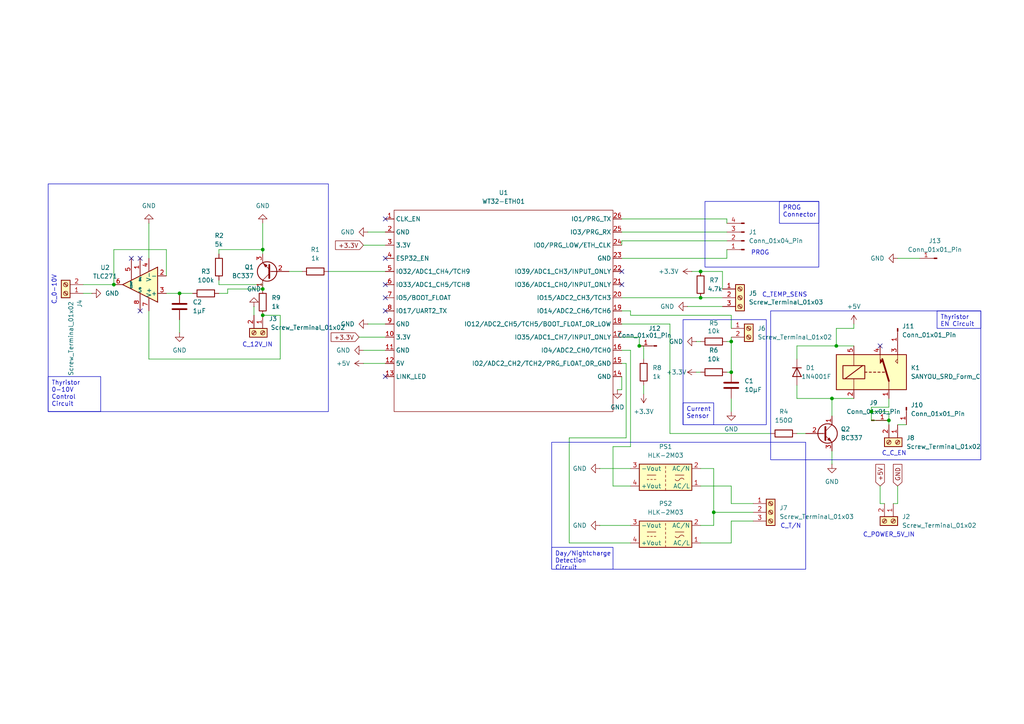
<source format=kicad_sch>
(kicad_sch
	(version 20231120)
	(generator "eeschema")
	(generator_version "8.0")
	(uuid "1f70f50b-6951-472e-92b5-6aff5eb2b2a4")
	(paper "A4")
	(title_block
		(title "SolarWaterStorageController")
		(date "2025-02-01")
		(rev "R1")
	)
	(lib_symbols
		(symbol "Amplifier_Operational:LM301"
			(pin_names
				(offset 0.127)
			)
			(exclude_from_sim no)
			(in_bom yes)
			(on_board yes)
			(property "Reference" "U"
				(at 1.27 6.35 0)
				(effects
					(font
						(size 1.27 1.27)
					)
					(justify left)
				)
			)
			(property "Value" "LM301"
				(at 1.27 3.81 0)
				(effects
					(font
						(size 1.27 1.27)
					)
					(justify left)
				)
			)
			(property "Footprint" ""
				(at 1.27 1.27 0)
				(effects
					(font
						(size 1.27 1.27)
					)
					(hide yes)
				)
			)
			(property "Datasheet" "http://www.ti.com/lit/ds/symlink/lm101a-n.pdf"
				(at 1.27 3.81 0)
				(effects
					(font
						(size 1.27 1.27)
					)
					(hide yes)
				)
			)
			(property "Description" "Operational Amplifier, DIP-8/TO-99-8"
				(at 0 0 0)
				(effects
					(font
						(size 1.27 1.27)
					)
					(hide yes)
				)
			)
			(property "ki_keywords" "single opamp"
				(at 0 0 0)
				(effects
					(font
						(size 1.27 1.27)
					)
					(hide yes)
				)
			)
			(property "ki_fp_filters" "DIP*W7.62mm* SOIC*3.9x4.9mm*P1.27mm* TO?5*"
				(at 0 0 0)
				(effects
					(font
						(size 1.27 1.27)
					)
					(hide yes)
				)
			)
			(symbol "LM301_0_1"
				(polyline
					(pts
						(xy -5.08 5.08) (xy 5.08 0) (xy -5.08 -5.08) (xy -5.08 5.08)
					)
					(stroke
						(width 0.254)
						(type default)
					)
					(fill
						(type background)
					)
				)
			)
			(symbol "LM301_1_1"
				(pin input line
					(at 0 -7.62 90)
					(length 5.08)
					(name "BAL"
						(effects
							(font
								(size 0.508 0.508)
							)
						)
					)
					(number "1"
						(effects
							(font
								(size 1.27 1.27)
							)
						)
					)
				)
				(pin input line
					(at -7.62 -2.54 0)
					(length 2.54)
					(name "-"
						(effects
							(font
								(size 1.27 1.27)
							)
						)
					)
					(number "2"
						(effects
							(font
								(size 1.27 1.27)
							)
						)
					)
				)
				(pin input line
					(at -7.62 2.54 0)
					(length 2.54)
					(name "+"
						(effects
							(font
								(size 1.27 1.27)
							)
						)
					)
					(number "3"
						(effects
							(font
								(size 1.27 1.27)
							)
						)
					)
				)
				(pin power_in line
					(at -2.54 -7.62 90)
					(length 3.81)
					(name "V-"
						(effects
							(font
								(size 1.27 1.27)
							)
						)
					)
					(number "4"
						(effects
							(font
								(size 1.27 1.27)
							)
						)
					)
				)
				(pin input line
					(at 2.54 -7.62 90)
					(length 6.35)
					(name "COMP"
						(effects
							(font
								(size 0.508 0.508)
							)
						)
					)
					(number "5"
						(effects
							(font
								(size 1.27 1.27)
							)
						)
					)
				)
				(pin output line
					(at 7.62 0 180)
					(length 2.54)
					(name "~"
						(effects
							(font
								(size 1.27 1.27)
							)
						)
					)
					(number "6"
						(effects
							(font
								(size 1.27 1.27)
							)
						)
					)
				)
				(pin power_in line
					(at -2.54 7.62 270)
					(length 3.81)
					(name "V+"
						(effects
							(font
								(size 1.27 1.27)
							)
						)
					)
					(number "7"
						(effects
							(font
								(size 1.27 1.27)
							)
						)
					)
				)
				(pin input line
					(at 0 7.62 270)
					(length 5.08)
					(name "C/B"
						(effects
							(font
								(size 0.508 0.508)
							)
						)
					)
					(number "8"
						(effects
							(font
								(size 1.27 1.27)
							)
						)
					)
				)
			)
		)
		(symbol "Connector:Conn_01x01_Pin"
			(pin_names
				(offset 1.016) hide)
			(exclude_from_sim no)
			(in_bom yes)
			(on_board yes)
			(property "Reference" "J"
				(at 0 2.54 0)
				(effects
					(font
						(size 1.27 1.27)
					)
				)
			)
			(property "Value" "Conn_01x01_Pin"
				(at 0 -2.54 0)
				(effects
					(font
						(size 1.27 1.27)
					)
				)
			)
			(property "Footprint" ""
				(at 0 0 0)
				(effects
					(font
						(size 1.27 1.27)
					)
					(hide yes)
				)
			)
			(property "Datasheet" "~"
				(at 0 0 0)
				(effects
					(font
						(size 1.27 1.27)
					)
					(hide yes)
				)
			)
			(property "Description" "Generic connector, single row, 01x01, script generated"
				(at 0 0 0)
				(effects
					(font
						(size 1.27 1.27)
					)
					(hide yes)
				)
			)
			(property "ki_locked" ""
				(at 0 0 0)
				(effects
					(font
						(size 1.27 1.27)
					)
				)
			)
			(property "ki_keywords" "connector"
				(at 0 0 0)
				(effects
					(font
						(size 1.27 1.27)
					)
					(hide yes)
				)
			)
			(property "ki_fp_filters" "Connector*:*_1x??_*"
				(at 0 0 0)
				(effects
					(font
						(size 1.27 1.27)
					)
					(hide yes)
				)
			)
			(symbol "Conn_01x01_Pin_1_1"
				(polyline
					(pts
						(xy 1.27 0) (xy 0.8636 0)
					)
					(stroke
						(width 0.1524)
						(type default)
					)
					(fill
						(type none)
					)
				)
				(rectangle
					(start 0.8636 0.127)
					(end 0 -0.127)
					(stroke
						(width 0.1524)
						(type default)
					)
					(fill
						(type outline)
					)
				)
				(pin passive line
					(at 5.08 0 180)
					(length 3.81)
					(name "Pin_1"
						(effects
							(font
								(size 1.27 1.27)
							)
						)
					)
					(number "1"
						(effects
							(font
								(size 1.27 1.27)
							)
						)
					)
				)
			)
		)
		(symbol "Connector:Conn_01x04_Pin"
			(pin_names
				(offset 1.016) hide)
			(exclude_from_sim no)
			(in_bom yes)
			(on_board yes)
			(property "Reference" "J"
				(at 0 5.08 0)
				(effects
					(font
						(size 1.27 1.27)
					)
				)
			)
			(property "Value" "Conn_01x04_Pin"
				(at 0 -7.62 0)
				(effects
					(font
						(size 1.27 1.27)
					)
				)
			)
			(property "Footprint" ""
				(at 0 0 0)
				(effects
					(font
						(size 1.27 1.27)
					)
					(hide yes)
				)
			)
			(property "Datasheet" "~"
				(at 0 0 0)
				(effects
					(font
						(size 1.27 1.27)
					)
					(hide yes)
				)
			)
			(property "Description" "Generic connector, single row, 01x04, script generated"
				(at 0 0 0)
				(effects
					(font
						(size 1.27 1.27)
					)
					(hide yes)
				)
			)
			(property "ki_locked" ""
				(at 0 0 0)
				(effects
					(font
						(size 1.27 1.27)
					)
				)
			)
			(property "ki_keywords" "connector"
				(at 0 0 0)
				(effects
					(font
						(size 1.27 1.27)
					)
					(hide yes)
				)
			)
			(property "ki_fp_filters" "Connector*:*_1x??_*"
				(at 0 0 0)
				(effects
					(font
						(size 1.27 1.27)
					)
					(hide yes)
				)
			)
			(symbol "Conn_01x04_Pin_1_1"
				(polyline
					(pts
						(xy 1.27 -5.08) (xy 0.8636 -5.08)
					)
					(stroke
						(width 0.1524)
						(type default)
					)
					(fill
						(type none)
					)
				)
				(polyline
					(pts
						(xy 1.27 -2.54) (xy 0.8636 -2.54)
					)
					(stroke
						(width 0.1524)
						(type default)
					)
					(fill
						(type none)
					)
				)
				(polyline
					(pts
						(xy 1.27 0) (xy 0.8636 0)
					)
					(stroke
						(width 0.1524)
						(type default)
					)
					(fill
						(type none)
					)
				)
				(polyline
					(pts
						(xy 1.27 2.54) (xy 0.8636 2.54)
					)
					(stroke
						(width 0.1524)
						(type default)
					)
					(fill
						(type none)
					)
				)
				(rectangle
					(start 0.8636 -4.953)
					(end 0 -5.207)
					(stroke
						(width 0.1524)
						(type default)
					)
					(fill
						(type outline)
					)
				)
				(rectangle
					(start 0.8636 -2.413)
					(end 0 -2.667)
					(stroke
						(width 0.1524)
						(type default)
					)
					(fill
						(type outline)
					)
				)
				(rectangle
					(start 0.8636 0.127)
					(end 0 -0.127)
					(stroke
						(width 0.1524)
						(type default)
					)
					(fill
						(type outline)
					)
				)
				(rectangle
					(start 0.8636 2.667)
					(end 0 2.413)
					(stroke
						(width 0.1524)
						(type default)
					)
					(fill
						(type outline)
					)
				)
				(pin passive line
					(at 5.08 2.54 180)
					(length 3.81)
					(name "Pin_1"
						(effects
							(font
								(size 1.27 1.27)
							)
						)
					)
					(number "1"
						(effects
							(font
								(size 1.27 1.27)
							)
						)
					)
				)
				(pin passive line
					(at 5.08 0 180)
					(length 3.81)
					(name "Pin_2"
						(effects
							(font
								(size 1.27 1.27)
							)
						)
					)
					(number "2"
						(effects
							(font
								(size 1.27 1.27)
							)
						)
					)
				)
				(pin passive line
					(at 5.08 -2.54 180)
					(length 3.81)
					(name "Pin_3"
						(effects
							(font
								(size 1.27 1.27)
							)
						)
					)
					(number "3"
						(effects
							(font
								(size 1.27 1.27)
							)
						)
					)
				)
				(pin passive line
					(at 5.08 -5.08 180)
					(length 3.81)
					(name "Pin_4"
						(effects
							(font
								(size 1.27 1.27)
							)
						)
					)
					(number "4"
						(effects
							(font
								(size 1.27 1.27)
							)
						)
					)
				)
			)
		)
		(symbol "Connector:Screw_Terminal_01x02"
			(pin_names
				(offset 1.016) hide)
			(exclude_from_sim no)
			(in_bom yes)
			(on_board yes)
			(property "Reference" "J"
				(at 0 2.54 0)
				(effects
					(font
						(size 1.27 1.27)
					)
				)
			)
			(property "Value" "Screw_Terminal_01x02"
				(at 0 -5.08 0)
				(effects
					(font
						(size 1.27 1.27)
					)
				)
			)
			(property "Footprint" ""
				(at 0 0 0)
				(effects
					(font
						(size 1.27 1.27)
					)
					(hide yes)
				)
			)
			(property "Datasheet" "~"
				(at 0 0 0)
				(effects
					(font
						(size 1.27 1.27)
					)
					(hide yes)
				)
			)
			(property "Description" "Generic screw terminal, single row, 01x02, script generated (kicad-library-utils/schlib/autogen/connector/)"
				(at 0 0 0)
				(effects
					(font
						(size 1.27 1.27)
					)
					(hide yes)
				)
			)
			(property "ki_keywords" "screw terminal"
				(at 0 0 0)
				(effects
					(font
						(size 1.27 1.27)
					)
					(hide yes)
				)
			)
			(property "ki_fp_filters" "TerminalBlock*:*"
				(at 0 0 0)
				(effects
					(font
						(size 1.27 1.27)
					)
					(hide yes)
				)
			)
			(symbol "Screw_Terminal_01x02_1_1"
				(rectangle
					(start -1.27 1.27)
					(end 1.27 -3.81)
					(stroke
						(width 0.254)
						(type default)
					)
					(fill
						(type background)
					)
				)
				(circle
					(center 0 -2.54)
					(radius 0.635)
					(stroke
						(width 0.1524)
						(type default)
					)
					(fill
						(type none)
					)
				)
				(polyline
					(pts
						(xy -0.5334 -2.2098) (xy 0.3302 -3.048)
					)
					(stroke
						(width 0.1524)
						(type default)
					)
					(fill
						(type none)
					)
				)
				(polyline
					(pts
						(xy -0.5334 0.3302) (xy 0.3302 -0.508)
					)
					(stroke
						(width 0.1524)
						(type default)
					)
					(fill
						(type none)
					)
				)
				(polyline
					(pts
						(xy -0.3556 -2.032) (xy 0.508 -2.8702)
					)
					(stroke
						(width 0.1524)
						(type default)
					)
					(fill
						(type none)
					)
				)
				(polyline
					(pts
						(xy -0.3556 0.508) (xy 0.508 -0.3302)
					)
					(stroke
						(width 0.1524)
						(type default)
					)
					(fill
						(type none)
					)
				)
				(circle
					(center 0 0)
					(radius 0.635)
					(stroke
						(width 0.1524)
						(type default)
					)
					(fill
						(type none)
					)
				)
				(pin passive line
					(at -5.08 0 0)
					(length 3.81)
					(name "Pin_1"
						(effects
							(font
								(size 1.27 1.27)
							)
						)
					)
					(number "1"
						(effects
							(font
								(size 1.27 1.27)
							)
						)
					)
				)
				(pin passive line
					(at -5.08 -2.54 0)
					(length 3.81)
					(name "Pin_2"
						(effects
							(font
								(size 1.27 1.27)
							)
						)
					)
					(number "2"
						(effects
							(font
								(size 1.27 1.27)
							)
						)
					)
				)
			)
		)
		(symbol "Connector:Screw_Terminal_01x03"
			(pin_names
				(offset 1.016) hide)
			(exclude_from_sim no)
			(in_bom yes)
			(on_board yes)
			(property "Reference" "J"
				(at 0 5.08 0)
				(effects
					(font
						(size 1.27 1.27)
					)
				)
			)
			(property "Value" "Screw_Terminal_01x03"
				(at 0 -5.08 0)
				(effects
					(font
						(size 1.27 1.27)
					)
				)
			)
			(property "Footprint" ""
				(at 0 0 0)
				(effects
					(font
						(size 1.27 1.27)
					)
					(hide yes)
				)
			)
			(property "Datasheet" "~"
				(at 0 0 0)
				(effects
					(font
						(size 1.27 1.27)
					)
					(hide yes)
				)
			)
			(property "Description" "Generic screw terminal, single row, 01x03, script generated (kicad-library-utils/schlib/autogen/connector/)"
				(at 0 0 0)
				(effects
					(font
						(size 1.27 1.27)
					)
					(hide yes)
				)
			)
			(property "ki_keywords" "screw terminal"
				(at 0 0 0)
				(effects
					(font
						(size 1.27 1.27)
					)
					(hide yes)
				)
			)
			(property "ki_fp_filters" "TerminalBlock*:*"
				(at 0 0 0)
				(effects
					(font
						(size 1.27 1.27)
					)
					(hide yes)
				)
			)
			(symbol "Screw_Terminal_01x03_1_1"
				(rectangle
					(start -1.27 3.81)
					(end 1.27 -3.81)
					(stroke
						(width 0.254)
						(type default)
					)
					(fill
						(type background)
					)
				)
				(circle
					(center 0 -2.54)
					(radius 0.635)
					(stroke
						(width 0.1524)
						(type default)
					)
					(fill
						(type none)
					)
				)
				(polyline
					(pts
						(xy -0.5334 -2.2098) (xy 0.3302 -3.048)
					)
					(stroke
						(width 0.1524)
						(type default)
					)
					(fill
						(type none)
					)
				)
				(polyline
					(pts
						(xy -0.5334 0.3302) (xy 0.3302 -0.508)
					)
					(stroke
						(width 0.1524)
						(type default)
					)
					(fill
						(type none)
					)
				)
				(polyline
					(pts
						(xy -0.5334 2.8702) (xy 0.3302 2.032)
					)
					(stroke
						(width 0.1524)
						(type default)
					)
					(fill
						(type none)
					)
				)
				(polyline
					(pts
						(xy -0.3556 -2.032) (xy 0.508 -2.8702)
					)
					(stroke
						(width 0.1524)
						(type default)
					)
					(fill
						(type none)
					)
				)
				(polyline
					(pts
						(xy -0.3556 0.508) (xy 0.508 -0.3302)
					)
					(stroke
						(width 0.1524)
						(type default)
					)
					(fill
						(type none)
					)
				)
				(polyline
					(pts
						(xy -0.3556 3.048) (xy 0.508 2.2098)
					)
					(stroke
						(width 0.1524)
						(type default)
					)
					(fill
						(type none)
					)
				)
				(circle
					(center 0 0)
					(radius 0.635)
					(stroke
						(width 0.1524)
						(type default)
					)
					(fill
						(type none)
					)
				)
				(circle
					(center 0 2.54)
					(radius 0.635)
					(stroke
						(width 0.1524)
						(type default)
					)
					(fill
						(type none)
					)
				)
				(pin passive line
					(at -5.08 2.54 0)
					(length 3.81)
					(name "Pin_1"
						(effects
							(font
								(size 1.27 1.27)
							)
						)
					)
					(number "1"
						(effects
							(font
								(size 1.27 1.27)
							)
						)
					)
				)
				(pin passive line
					(at -5.08 0 0)
					(length 3.81)
					(name "Pin_2"
						(effects
							(font
								(size 1.27 1.27)
							)
						)
					)
					(number "2"
						(effects
							(font
								(size 1.27 1.27)
							)
						)
					)
				)
				(pin passive line
					(at -5.08 -2.54 0)
					(length 3.81)
					(name "Pin_3"
						(effects
							(font
								(size 1.27 1.27)
							)
						)
					)
					(number "3"
						(effects
							(font
								(size 1.27 1.27)
							)
						)
					)
				)
			)
		)
		(symbol "Converter_ACDC:HLK-2M03"
			(exclude_from_sim no)
			(in_bom yes)
			(on_board yes)
			(property "Reference" "PS"
				(at 0 5.08 0)
				(effects
					(font
						(size 1.27 1.27)
					)
				)
			)
			(property "Value" "HLK-2M03"
				(at 0 -5.08 0)
				(effects
					(font
						(size 1.27 1.27)
					)
				)
			)
			(property "Footprint" "Converter_ACDC:Converter_ACDC_Hi-Link_HLK-2Mxx"
				(at 0 -7.62 0)
				(effects
					(font
						(size 1.27 1.27)
					)
					(hide yes)
				)
			)
			(property "Datasheet" "https://h.hlktech.com/download/ACDC%E7%94%B5%E6%BA%90%E6%A8%A1%E5%9D%972W%E7%B3%BB%E5%88%97/1/%E6%B5%B7%E5%87%8C%E7%A7%912W%E7%B3%BB%E5%88%97%E7%94%B5%E6%BA%90%E6%A8%A1%E5%9D%97%E8%AF%B4%E6%98%8E%E4%B9%A6V2.6.pdf"
				(at 10.16 -8.89 0)
				(effects
					(font
						(size 1.27 1.27)
					)
					(hide yes)
				)
			)
			(property "Description" "Compact AC/DC board mount power module 2W 3.3V"
				(at 0 0 0)
				(effects
					(font
						(size 1.27 1.27)
					)
					(hide yes)
				)
			)
			(property "ki_keywords" "AC/DC module power supply"
				(at 0 0 0)
				(effects
					(font
						(size 1.27 1.27)
					)
					(hide yes)
				)
			)
			(property "ki_fp_filters" "Converter*ACDC*Hi?Link*HLK?2M*"
				(at 0 0 0)
				(effects
					(font
						(size 1.27 1.27)
					)
					(hide yes)
				)
			)
			(symbol "HLK-2M03_0_1"
				(rectangle
					(start -7.62 3.81)
					(end 7.62 -3.81)
					(stroke
						(width 0.254)
						(type default)
					)
					(fill
						(type background)
					)
				)
				(arc
					(start -5.334 0.635)
					(mid -4.699 0.2495)
					(end -4.064 0.635)
					(stroke
						(width 0)
						(type default)
					)
					(fill
						(type none)
					)
				)
				(arc
					(start -2.794 0.635)
					(mid -3.429 1.0072)
					(end -4.064 0.635)
					(stroke
						(width 0)
						(type default)
					)
					(fill
						(type none)
					)
				)
				(polyline
					(pts
						(xy -5.334 -0.635) (xy -2.794 -0.635)
					)
					(stroke
						(width 0)
						(type default)
					)
					(fill
						(type none)
					)
				)
				(polyline
					(pts
						(xy 0 -2.54) (xy 0 -3.175)
					)
					(stroke
						(width 0)
						(type default)
					)
					(fill
						(type none)
					)
				)
				(polyline
					(pts
						(xy 0 -1.27) (xy 0 -1.905)
					)
					(stroke
						(width 0)
						(type default)
					)
					(fill
						(type none)
					)
				)
				(polyline
					(pts
						(xy 0 0) (xy 0 -0.635)
					)
					(stroke
						(width 0)
						(type default)
					)
					(fill
						(type none)
					)
				)
				(polyline
					(pts
						(xy 0 1.27) (xy 0 0.635)
					)
					(stroke
						(width 0)
						(type default)
					)
					(fill
						(type none)
					)
				)
				(polyline
					(pts
						(xy 0 2.54) (xy 0 1.905)
					)
					(stroke
						(width 0)
						(type default)
					)
					(fill
						(type none)
					)
				)
				(polyline
					(pts
						(xy 0 3.81) (xy 0 3.175)
					)
					(stroke
						(width 0)
						(type default)
					)
					(fill
						(type none)
					)
				)
				(polyline
					(pts
						(xy 2.794 -0.635) (xy 5.334 -0.635)
					)
					(stroke
						(width 0)
						(type default)
					)
					(fill
						(type none)
					)
				)
				(polyline
					(pts
						(xy 2.794 0.635) (xy 3.302 0.635)
					)
					(stroke
						(width 0)
						(type default)
					)
					(fill
						(type none)
					)
				)
				(polyline
					(pts
						(xy 3.81 0.635) (xy 4.318 0.635)
					)
					(stroke
						(width 0)
						(type default)
					)
					(fill
						(type none)
					)
				)
				(polyline
					(pts
						(xy 4.826 0.635) (xy 5.334 0.635)
					)
					(stroke
						(width 0)
						(type default)
					)
					(fill
						(type none)
					)
				)
			)
			(symbol "HLK-2M03_1_1"
				(pin power_in line
					(at -10.16 2.54 0)
					(length 2.54)
					(name "AC/L"
						(effects
							(font
								(size 1.27 1.27)
							)
						)
					)
					(number "1"
						(effects
							(font
								(size 1.27 1.27)
							)
						)
					)
				)
				(pin power_in line
					(at -10.16 -2.54 0)
					(length 2.54)
					(name "AC/N"
						(effects
							(font
								(size 1.27 1.27)
							)
						)
					)
					(number "2"
						(effects
							(font
								(size 1.27 1.27)
							)
						)
					)
				)
				(pin power_out line
					(at 10.16 -2.54 180)
					(length 2.54)
					(name "-Vout"
						(effects
							(font
								(size 1.27 1.27)
							)
						)
					)
					(number "3"
						(effects
							(font
								(size 1.27 1.27)
							)
						)
					)
				)
				(pin power_out line
					(at 10.16 2.54 180)
					(length 2.54)
					(name "+Vout"
						(effects
							(font
								(size 1.27 1.27)
							)
						)
					)
					(number "4"
						(effects
							(font
								(size 1.27 1.27)
							)
						)
					)
				)
			)
		)
		(symbol "Device:C"
			(pin_numbers hide)
			(pin_names
				(offset 0.254)
			)
			(exclude_from_sim no)
			(in_bom yes)
			(on_board yes)
			(property "Reference" "C"
				(at 0.635 2.54 0)
				(effects
					(font
						(size 1.27 1.27)
					)
					(justify left)
				)
			)
			(property "Value" "C"
				(at 0.635 -2.54 0)
				(effects
					(font
						(size 1.27 1.27)
					)
					(justify left)
				)
			)
			(property "Footprint" ""
				(at 0.9652 -3.81 0)
				(effects
					(font
						(size 1.27 1.27)
					)
					(hide yes)
				)
			)
			(property "Datasheet" "~"
				(at 0 0 0)
				(effects
					(font
						(size 1.27 1.27)
					)
					(hide yes)
				)
			)
			(property "Description" "Unpolarized capacitor"
				(at 0 0 0)
				(effects
					(font
						(size 1.27 1.27)
					)
					(hide yes)
				)
			)
			(property "ki_keywords" "cap capacitor"
				(at 0 0 0)
				(effects
					(font
						(size 1.27 1.27)
					)
					(hide yes)
				)
			)
			(property "ki_fp_filters" "C_*"
				(at 0 0 0)
				(effects
					(font
						(size 1.27 1.27)
					)
					(hide yes)
				)
			)
			(symbol "C_0_1"
				(polyline
					(pts
						(xy -2.032 -0.762) (xy 2.032 -0.762)
					)
					(stroke
						(width 0.508)
						(type default)
					)
					(fill
						(type none)
					)
				)
				(polyline
					(pts
						(xy -2.032 0.762) (xy 2.032 0.762)
					)
					(stroke
						(width 0.508)
						(type default)
					)
					(fill
						(type none)
					)
				)
			)
			(symbol "C_1_1"
				(pin passive line
					(at 0 3.81 270)
					(length 2.794)
					(name "~"
						(effects
							(font
								(size 1.27 1.27)
							)
						)
					)
					(number "1"
						(effects
							(font
								(size 1.27 1.27)
							)
						)
					)
				)
				(pin passive line
					(at 0 -3.81 90)
					(length 2.794)
					(name "~"
						(effects
							(font
								(size 1.27 1.27)
							)
						)
					)
					(number "2"
						(effects
							(font
								(size 1.27 1.27)
							)
						)
					)
				)
			)
		)
		(symbol "Device:R"
			(pin_numbers hide)
			(pin_names
				(offset 0)
			)
			(exclude_from_sim no)
			(in_bom yes)
			(on_board yes)
			(property "Reference" "R"
				(at 2.032 0 90)
				(effects
					(font
						(size 1.27 1.27)
					)
				)
			)
			(property "Value" "R"
				(at 0 0 90)
				(effects
					(font
						(size 1.27 1.27)
					)
				)
			)
			(property "Footprint" ""
				(at -1.778 0 90)
				(effects
					(font
						(size 1.27 1.27)
					)
					(hide yes)
				)
			)
			(property "Datasheet" "~"
				(at 0 0 0)
				(effects
					(font
						(size 1.27 1.27)
					)
					(hide yes)
				)
			)
			(property "Description" "Resistor"
				(at 0 0 0)
				(effects
					(font
						(size 1.27 1.27)
					)
					(hide yes)
				)
			)
			(property "ki_keywords" "R res resistor"
				(at 0 0 0)
				(effects
					(font
						(size 1.27 1.27)
					)
					(hide yes)
				)
			)
			(property "ki_fp_filters" "R_*"
				(at 0 0 0)
				(effects
					(font
						(size 1.27 1.27)
					)
					(hide yes)
				)
			)
			(symbol "R_0_1"
				(rectangle
					(start -1.016 -2.54)
					(end 1.016 2.54)
					(stroke
						(width 0.254)
						(type default)
					)
					(fill
						(type none)
					)
				)
			)
			(symbol "R_1_1"
				(pin passive line
					(at 0 3.81 270)
					(length 1.27)
					(name "~"
						(effects
							(font
								(size 1.27 1.27)
							)
						)
					)
					(number "1"
						(effects
							(font
								(size 1.27 1.27)
							)
						)
					)
				)
				(pin passive line
					(at 0 -3.81 90)
					(length 1.27)
					(name "~"
						(effects
							(font
								(size 1.27 1.27)
							)
						)
					)
					(number "2"
						(effects
							(font
								(size 1.27 1.27)
							)
						)
					)
				)
			)
		)
		(symbol "Diode:1N4001"
			(pin_numbers hide)
			(pin_names hide)
			(exclude_from_sim no)
			(in_bom yes)
			(on_board yes)
			(property "Reference" "D"
				(at 0 2.54 0)
				(effects
					(font
						(size 1.27 1.27)
					)
				)
			)
			(property "Value" "1N4001"
				(at 0 -2.54 0)
				(effects
					(font
						(size 1.27 1.27)
					)
				)
			)
			(property "Footprint" "Diode_THT:D_DO-41_SOD81_P10.16mm_Horizontal"
				(at 0 0 0)
				(effects
					(font
						(size 1.27 1.27)
					)
					(hide yes)
				)
			)
			(property "Datasheet" "http://www.vishay.com/docs/88503/1n4001.pdf"
				(at 0 0 0)
				(effects
					(font
						(size 1.27 1.27)
					)
					(hide yes)
				)
			)
			(property "Description" "50V 1A General Purpose Rectifier Diode, DO-41"
				(at 0 0 0)
				(effects
					(font
						(size 1.27 1.27)
					)
					(hide yes)
				)
			)
			(property "Sim.Device" "D"
				(at 0 0 0)
				(effects
					(font
						(size 1.27 1.27)
					)
					(hide yes)
				)
			)
			(property "Sim.Pins" "1=K 2=A"
				(at 0 0 0)
				(effects
					(font
						(size 1.27 1.27)
					)
					(hide yes)
				)
			)
			(property "ki_keywords" "diode"
				(at 0 0 0)
				(effects
					(font
						(size 1.27 1.27)
					)
					(hide yes)
				)
			)
			(property "ki_fp_filters" "D*DO?41*"
				(at 0 0 0)
				(effects
					(font
						(size 1.27 1.27)
					)
					(hide yes)
				)
			)
			(symbol "1N4001_0_1"
				(polyline
					(pts
						(xy -1.27 1.27) (xy -1.27 -1.27)
					)
					(stroke
						(width 0.254)
						(type default)
					)
					(fill
						(type none)
					)
				)
				(polyline
					(pts
						(xy 1.27 0) (xy -1.27 0)
					)
					(stroke
						(width 0)
						(type default)
					)
					(fill
						(type none)
					)
				)
				(polyline
					(pts
						(xy 1.27 1.27) (xy 1.27 -1.27) (xy -1.27 0) (xy 1.27 1.27)
					)
					(stroke
						(width 0.254)
						(type default)
					)
					(fill
						(type none)
					)
				)
			)
			(symbol "1N4001_1_1"
				(pin passive line
					(at -3.81 0 0)
					(length 2.54)
					(name "K"
						(effects
							(font
								(size 1.27 1.27)
							)
						)
					)
					(number "1"
						(effects
							(font
								(size 1.27 1.27)
							)
						)
					)
				)
				(pin passive line
					(at 3.81 0 180)
					(length 2.54)
					(name "A"
						(effects
							(font
								(size 1.27 1.27)
							)
						)
					)
					(number "2"
						(effects
							(font
								(size 1.27 1.27)
							)
						)
					)
				)
			)
		)
		(symbol "MCU_WT32-ETH01:WT32-ETH01"
			(exclude_from_sim no)
			(in_bom yes)
			(on_board yes)
			(property "Reference" "U"
				(at 0 -22.86 0)
				(effects
					(font
						(size 1.27 1.27)
					)
				)
			)
			(property "Value" "WT32-ETH01"
				(at 0 -25.4 0)
				(effects
					(font
						(size 1.27 1.27)
					)
				)
			)
			(property "Footprint" "WT32-ETH01:WT32-ETH01"
				(at 0 0 0)
				(effects
					(font
						(size 1.27 1.27)
					)
					(hide yes)
				)
			)
			(property "Datasheet" ""
				(at 0 0 0)
				(effects
					(font
						(size 1.27 1.27)
					)
					(hide yes)
				)
			)
			(property "Description" "An ESP32 Dev board with onboard ethernet. Produced by wireless-tag."
				(at 0 0 0)
				(effects
					(font
						(size 1.27 1.27)
					)
					(hide yes)
				)
			)
			(property "ki_keywords" "esp, esp32"
				(at 0 0 0)
				(effects
					(font
						(size 1.27 1.27)
					)
					(hide yes)
				)
			)
			(symbol "WT32-ETH01_0_1"
				(rectangle
					(start -31.75 29.21)
					(end 31.75 -29.21)
					(stroke
						(width 0)
						(type default)
					)
					(fill
						(type none)
					)
				)
			)
			(symbol "WT32-ETH01_1_1"
				(pin bidirectional line
					(at -34.29 26.67 0)
					(length 2.54)
					(name "CLK_EN"
						(effects
							(font
								(size 1.27 1.27)
							)
						)
					)
					(number "1"
						(effects
							(font
								(size 1.27 1.27)
							)
						)
					)
				)
				(pin power_out line
					(at -34.29 -7.62 0)
					(length 2.54)
					(name "3.3V"
						(effects
							(font
								(size 1.27 1.27)
							)
						)
					)
					(number "10"
						(effects
							(font
								(size 1.27 1.27)
							)
						)
					)
				)
				(pin power_in line
					(at -34.29 -11.43 0)
					(length 2.54)
					(name "GND"
						(effects
							(font
								(size 1.27 1.27)
							)
						)
					)
					(number "11"
						(effects
							(font
								(size 1.27 1.27)
							)
						)
					)
				)
				(pin power_in line
					(at -34.29 -15.24 0)
					(length 2.54)
					(name "5V"
						(effects
							(font
								(size 1.27 1.27)
							)
						)
					)
					(number "12"
						(effects
							(font
								(size 1.27 1.27)
							)
						)
					)
				)
				(pin output line
					(at -34.29 -19.05 0)
					(length 2.54)
					(name "LINK_LED"
						(effects
							(font
								(size 1.27 1.27)
							)
						)
					)
					(number "13"
						(effects
							(font
								(size 1.27 1.27)
							)
						)
					)
				)
				(pin power_in line
					(at 34.29 -19.05 180)
					(length 2.54)
					(name "GND"
						(effects
							(font
								(size 1.27 1.27)
							)
						)
					)
					(number "14"
						(effects
							(font
								(size 1.27 1.27)
							)
						)
					)
				)
				(pin bidirectional line
					(at 34.29 -15.24 180)
					(length 2.54)
					(name "IO2/ADC2_CH2/TCH2/PRG_FLOAT_OR_GND"
						(effects
							(font
								(size 1.27 1.27)
							)
						)
					)
					(number "15"
						(effects
							(font
								(size 1.27 1.27)
							)
						)
					)
				)
				(pin bidirectional line
					(at 34.29 -11.43 180)
					(length 2.54)
					(name "IO4/ADC2_CH0/TCH0"
						(effects
							(font
								(size 1.27 1.27)
							)
						)
					)
					(number "16"
						(effects
							(font
								(size 1.27 1.27)
							)
						)
					)
				)
				(pin input line
					(at 34.29 -7.62 180)
					(length 2.54)
					(name "IO35/ADC1_CH7/INPUT_ONLY"
						(effects
							(font
								(size 1.27 1.27)
							)
						)
					)
					(number "17"
						(effects
							(font
								(size 1.27 1.27)
							)
						)
					)
				)
				(pin bidirectional line
					(at 34.29 -3.81 180)
					(length 2.54)
					(name "IO12/ADC2_CH5/TCH5/BOOT_FLOAT_OR_LOW"
						(effects
							(font
								(size 1.27 1.27)
							)
						)
					)
					(number "18"
						(effects
							(font
								(size 1.27 1.27)
							)
						)
					)
				)
				(pin bidirectional line
					(at 34.29 0 180)
					(length 2.54)
					(name "IO14/ADC2_CH6/TCH6"
						(effects
							(font
								(size 1.27 1.27)
							)
						)
					)
					(number "19"
						(effects
							(font
								(size 1.27 1.27)
							)
						)
					)
				)
				(pin power_in line
					(at -34.29 22.86 0)
					(length 2.54)
					(name "GND"
						(effects
							(font
								(size 1.27 1.27)
							)
						)
					)
					(number "2"
						(effects
							(font
								(size 1.27 1.27)
							)
						)
					)
				)
				(pin bidirectional line
					(at 34.29 3.81 180)
					(length 2.54)
					(name "IO15/ADC2_CH3/TCH3"
						(effects
							(font
								(size 1.27 1.27)
							)
						)
					)
					(number "20"
						(effects
							(font
								(size 1.27 1.27)
							)
						)
					)
				)
				(pin input line
					(at 34.29 7.62 180)
					(length 2.54)
					(name "IO36/ADC1_CH0/INPUT_ONLY"
						(effects
							(font
								(size 1.27 1.27)
							)
						)
					)
					(number "21"
						(effects
							(font
								(size 1.27 1.27)
							)
						)
					)
				)
				(pin input line
					(at 34.29 11.43 180)
					(length 2.54)
					(name "IO39/ADC1_CH3/INPUT_ONLY"
						(effects
							(font
								(size 1.27 1.27)
							)
						)
					)
					(number "22"
						(effects
							(font
								(size 1.27 1.27)
							)
						)
					)
				)
				(pin power_in line
					(at 34.29 15.24 180)
					(length 2.54)
					(name "GND"
						(effects
							(font
								(size 1.27 1.27)
							)
						)
					)
					(number "23"
						(effects
							(font
								(size 1.27 1.27)
							)
						)
					)
				)
				(pin bidirectional line
					(at 34.29 19.05 180)
					(length 2.54)
					(name "IO0/PRG_LOW/ETH_CLK"
						(effects
							(font
								(size 1.27 1.27)
							)
						)
					)
					(number "24"
						(effects
							(font
								(size 1.27 1.27)
							)
						)
					)
				)
				(pin bidirectional line
					(at 34.29 22.86 180)
					(length 2.54)
					(name "IO3/PRG_RX"
						(effects
							(font
								(size 1.27 1.27)
							)
						)
					)
					(number "25"
						(effects
							(font
								(size 1.27 1.27)
							)
						)
					)
				)
				(pin bidirectional line
					(at 34.29 26.67 180)
					(length 2.54)
					(name "IO1/PRG_TX"
						(effects
							(font
								(size 1.27 1.27)
							)
						)
					)
					(number "26"
						(effects
							(font
								(size 1.27 1.27)
							)
						)
					)
				)
				(pin power_out line
					(at -34.29 19.05 0)
					(length 2.54)
					(name "3.3V"
						(effects
							(font
								(size 1.27 1.27)
							)
						)
					)
					(number "3"
						(effects
							(font
								(size 1.27 1.27)
							)
						)
					)
				)
				(pin bidirectional line
					(at -34.29 15.24 0)
					(length 2.54)
					(name "ESP32_EN"
						(effects
							(font
								(size 1.27 1.27)
							)
						)
					)
					(number "4"
						(effects
							(font
								(size 1.27 1.27)
							)
						)
					)
				)
				(pin bidirectional line
					(at -34.29 11.43 0)
					(length 2.54)
					(name "IO32/ADC1_CH4/TCH9"
						(effects
							(font
								(size 1.27 1.27)
							)
						)
					)
					(number "5"
						(effects
							(font
								(size 1.27 1.27)
							)
						)
					)
				)
				(pin bidirectional line
					(at -34.29 7.62 0)
					(length 2.54)
					(name "IO33/ADC1_CH5/TCH8"
						(effects
							(font
								(size 1.27 1.27)
							)
						)
					)
					(number "6"
						(effects
							(font
								(size 1.27 1.27)
							)
						)
					)
				)
				(pin bidirectional line
					(at -34.29 3.81 0)
					(length 2.54)
					(name "IO5/BOOT_FLOAT"
						(effects
							(font
								(size 1.27 1.27)
							)
						)
					)
					(number "7"
						(effects
							(font
								(size 1.27 1.27)
							)
						)
					)
				)
				(pin bidirectional line
					(at -34.29 0 0)
					(length 2.54)
					(name "IO17/UART2_TX"
						(effects
							(font
								(size 1.27 1.27)
							)
						)
					)
					(number "8"
						(effects
							(font
								(size 1.27 1.27)
							)
						)
					)
				)
				(pin power_in line
					(at -34.29 -3.81 0)
					(length 2.54)
					(name "GND"
						(effects
							(font
								(size 1.27 1.27)
							)
						)
					)
					(number "9"
						(effects
							(font
								(size 1.27 1.27)
							)
						)
					)
				)
			)
		)
		(symbol "Relay:SANYOU_SRD_Form_C"
			(exclude_from_sim no)
			(in_bom yes)
			(on_board yes)
			(property "Reference" "K"
				(at 11.43 3.81 0)
				(effects
					(font
						(size 1.27 1.27)
					)
					(justify left)
				)
			)
			(property "Value" "SANYOU_SRD_Form_C"
				(at 11.43 1.27 0)
				(effects
					(font
						(size 1.27 1.27)
					)
					(justify left)
				)
			)
			(property "Footprint" "Relay_THT:Relay_SPDT_SANYOU_SRD_Series_Form_C"
				(at 11.43 -1.27 0)
				(effects
					(font
						(size 1.27 1.27)
					)
					(justify left)
					(hide yes)
				)
			)
			(property "Datasheet" "http://www.sanyourelay.ca/public/products/pdf/SRD.pdf"
				(at 0 0 0)
				(effects
					(font
						(size 1.27 1.27)
					)
					(hide yes)
				)
			)
			(property "Description" "Sanyo SRD relay, Single Pole Miniature Power Relay,"
				(at 0 0 0)
				(effects
					(font
						(size 1.27 1.27)
					)
					(hide yes)
				)
			)
			(property "ki_keywords" "Single Pole Relay SPDT"
				(at 0 0 0)
				(effects
					(font
						(size 1.27 1.27)
					)
					(hide yes)
				)
			)
			(property "ki_fp_filters" "Relay*SPDT*SANYOU*SRD*Series*Form*C*"
				(at 0 0 0)
				(effects
					(font
						(size 1.27 1.27)
					)
					(hide yes)
				)
			)
			(symbol "SANYOU_SRD_Form_C_0_0"
				(polyline
					(pts
						(xy 7.62 5.08) (xy 7.62 2.54) (xy 6.985 3.175) (xy 7.62 3.81)
					)
					(stroke
						(width 0)
						(type default)
					)
					(fill
						(type none)
					)
				)
			)
			(symbol "SANYOU_SRD_Form_C_0_1"
				(rectangle
					(start -10.16 5.08)
					(end 10.16 -5.08)
					(stroke
						(width 0.254)
						(type default)
					)
					(fill
						(type background)
					)
				)
				(rectangle
					(start -8.255 1.905)
					(end -1.905 -1.905)
					(stroke
						(width 0.254)
						(type default)
					)
					(fill
						(type none)
					)
				)
				(polyline
					(pts
						(xy -7.62 -1.905) (xy -2.54 1.905)
					)
					(stroke
						(width 0.254)
						(type default)
					)
					(fill
						(type none)
					)
				)
				(polyline
					(pts
						(xy -5.08 -5.08) (xy -5.08 -1.905)
					)
					(stroke
						(width 0)
						(type default)
					)
					(fill
						(type none)
					)
				)
				(polyline
					(pts
						(xy -5.08 5.08) (xy -5.08 1.905)
					)
					(stroke
						(width 0)
						(type default)
					)
					(fill
						(type none)
					)
				)
				(polyline
					(pts
						(xy -1.905 0) (xy -1.27 0)
					)
					(stroke
						(width 0.254)
						(type default)
					)
					(fill
						(type none)
					)
				)
				(polyline
					(pts
						(xy -0.635 0) (xy 0 0)
					)
					(stroke
						(width 0.254)
						(type default)
					)
					(fill
						(type none)
					)
				)
				(polyline
					(pts
						(xy 0.635 0) (xy 1.27 0)
					)
					(stroke
						(width 0.254)
						(type default)
					)
					(fill
						(type none)
					)
				)
				(polyline
					(pts
						(xy 1.905 0) (xy 2.54 0)
					)
					(stroke
						(width 0.254)
						(type default)
					)
					(fill
						(type none)
					)
				)
				(polyline
					(pts
						(xy 3.175 0) (xy 3.81 0)
					)
					(stroke
						(width 0.254)
						(type default)
					)
					(fill
						(type none)
					)
				)
				(polyline
					(pts
						(xy 5.08 -2.54) (xy 3.175 3.81)
					)
					(stroke
						(width 0.508)
						(type default)
					)
					(fill
						(type none)
					)
				)
				(polyline
					(pts
						(xy 5.08 -2.54) (xy 5.08 -5.08)
					)
					(stroke
						(width 0)
						(type default)
					)
					(fill
						(type none)
					)
				)
			)
			(symbol "SANYOU_SRD_Form_C_1_1"
				(polyline
					(pts
						(xy 2.54 3.81) (xy 3.175 3.175) (xy 2.54 2.54) (xy 2.54 5.08)
					)
					(stroke
						(width 0)
						(type default)
					)
					(fill
						(type outline)
					)
				)
				(pin passive line
					(at 5.08 -7.62 90)
					(length 2.54)
					(name "~"
						(effects
							(font
								(size 1.27 1.27)
							)
						)
					)
					(number "1"
						(effects
							(font
								(size 1.27 1.27)
							)
						)
					)
				)
				(pin passive line
					(at -5.08 -7.62 90)
					(length 2.54)
					(name "~"
						(effects
							(font
								(size 1.27 1.27)
							)
						)
					)
					(number "2"
						(effects
							(font
								(size 1.27 1.27)
							)
						)
					)
				)
				(pin passive line
					(at 7.62 7.62 270)
					(length 2.54)
					(name "~"
						(effects
							(font
								(size 1.27 1.27)
							)
						)
					)
					(number "3"
						(effects
							(font
								(size 1.27 1.27)
							)
						)
					)
				)
				(pin passive line
					(at 2.54 7.62 270)
					(length 2.54)
					(name "~"
						(effects
							(font
								(size 1.27 1.27)
							)
						)
					)
					(number "4"
						(effects
							(font
								(size 1.27 1.27)
							)
						)
					)
				)
				(pin passive line
					(at -5.08 7.62 270)
					(length 2.54)
					(name "~"
						(effects
							(font
								(size 1.27 1.27)
							)
						)
					)
					(number "5"
						(effects
							(font
								(size 1.27 1.27)
							)
						)
					)
				)
			)
		)
		(symbol "Transistor_BJT:BC337"
			(pin_names
				(offset 0) hide)
			(exclude_from_sim no)
			(in_bom yes)
			(on_board yes)
			(property "Reference" "Q"
				(at 5.08 1.905 0)
				(effects
					(font
						(size 1.27 1.27)
					)
					(justify left)
				)
			)
			(property "Value" "BC337"
				(at 5.08 0 0)
				(effects
					(font
						(size 1.27 1.27)
					)
					(justify left)
				)
			)
			(property "Footprint" "Package_TO_SOT_THT:TO-92_Inline"
				(at 5.08 -1.905 0)
				(effects
					(font
						(size 1.27 1.27)
						(italic yes)
					)
					(justify left)
					(hide yes)
				)
			)
			(property "Datasheet" "https://diotec.com/tl_files/diotec/files/pdf/datasheets/bc337.pdf"
				(at 0 0 0)
				(effects
					(font
						(size 1.27 1.27)
					)
					(justify left)
					(hide yes)
				)
			)
			(property "Description" "0.8A Ic, 45V Vce, NPN Transistor, TO-92"
				(at 0 0 0)
				(effects
					(font
						(size 1.27 1.27)
					)
					(hide yes)
				)
			)
			(property "ki_keywords" "NPN Transistor"
				(at 0 0 0)
				(effects
					(font
						(size 1.27 1.27)
					)
					(hide yes)
				)
			)
			(property "ki_fp_filters" "TO?92*"
				(at 0 0 0)
				(effects
					(font
						(size 1.27 1.27)
					)
					(hide yes)
				)
			)
			(symbol "BC337_0_1"
				(polyline
					(pts
						(xy 0 0) (xy 0.635 0)
					)
					(stroke
						(width 0)
						(type default)
					)
					(fill
						(type none)
					)
				)
				(polyline
					(pts
						(xy 0.635 0.635) (xy 2.54 2.54)
					)
					(stroke
						(width 0)
						(type default)
					)
					(fill
						(type none)
					)
				)
				(polyline
					(pts
						(xy 0.635 -0.635) (xy 2.54 -2.54) (xy 2.54 -2.54)
					)
					(stroke
						(width 0)
						(type default)
					)
					(fill
						(type none)
					)
				)
				(polyline
					(pts
						(xy 0.635 1.905) (xy 0.635 -1.905) (xy 0.635 -1.905)
					)
					(stroke
						(width 0.508)
						(type default)
					)
					(fill
						(type none)
					)
				)
				(polyline
					(pts
						(xy 1.27 -1.778) (xy 1.778 -1.27) (xy 2.286 -2.286) (xy 1.27 -1.778) (xy 1.27 -1.778)
					)
					(stroke
						(width 0)
						(type default)
					)
					(fill
						(type outline)
					)
				)
				(circle
					(center 1.27 0)
					(radius 2.8194)
					(stroke
						(width 0.254)
						(type default)
					)
					(fill
						(type none)
					)
				)
			)
			(symbol "BC337_1_1"
				(pin passive line
					(at 2.54 5.08 270)
					(length 2.54)
					(name "C"
						(effects
							(font
								(size 1.27 1.27)
							)
						)
					)
					(number "1"
						(effects
							(font
								(size 1.27 1.27)
							)
						)
					)
				)
				(pin input line
					(at -5.08 0 0)
					(length 5.08)
					(name "B"
						(effects
							(font
								(size 1.27 1.27)
							)
						)
					)
					(number "2"
						(effects
							(font
								(size 1.27 1.27)
							)
						)
					)
				)
				(pin passive line
					(at 2.54 -5.08 90)
					(length 2.54)
					(name "E"
						(effects
							(font
								(size 1.27 1.27)
							)
						)
					)
					(number "3"
						(effects
							(font
								(size 1.27 1.27)
							)
						)
					)
				)
			)
		)
		(symbol "power:+3.3V"
			(power)
			(pin_numbers hide)
			(pin_names
				(offset 0) hide)
			(exclude_from_sim no)
			(in_bom yes)
			(on_board yes)
			(property "Reference" "#PWR"
				(at 0 -3.81 0)
				(effects
					(font
						(size 1.27 1.27)
					)
					(hide yes)
				)
			)
			(property "Value" "+3.3V"
				(at 0 3.556 0)
				(effects
					(font
						(size 1.27 1.27)
					)
				)
			)
			(property "Footprint" ""
				(at 0 0 0)
				(effects
					(font
						(size 1.27 1.27)
					)
					(hide yes)
				)
			)
			(property "Datasheet" ""
				(at 0 0 0)
				(effects
					(font
						(size 1.27 1.27)
					)
					(hide yes)
				)
			)
			(property "Description" "Power symbol creates a global label with name \"+3.3V\""
				(at 0 0 0)
				(effects
					(font
						(size 1.27 1.27)
					)
					(hide yes)
				)
			)
			(property "ki_keywords" "global power"
				(at 0 0 0)
				(effects
					(font
						(size 1.27 1.27)
					)
					(hide yes)
				)
			)
			(symbol "+3.3V_0_1"
				(polyline
					(pts
						(xy -0.762 1.27) (xy 0 2.54)
					)
					(stroke
						(width 0)
						(type default)
					)
					(fill
						(type none)
					)
				)
				(polyline
					(pts
						(xy 0 0) (xy 0 2.54)
					)
					(stroke
						(width 0)
						(type default)
					)
					(fill
						(type none)
					)
				)
				(polyline
					(pts
						(xy 0 2.54) (xy 0.762 1.27)
					)
					(stroke
						(width 0)
						(type default)
					)
					(fill
						(type none)
					)
				)
			)
			(symbol "+3.3V_1_1"
				(pin power_in line
					(at 0 0 90)
					(length 0)
					(name "~"
						(effects
							(font
								(size 1.27 1.27)
							)
						)
					)
					(number "1"
						(effects
							(font
								(size 1.27 1.27)
							)
						)
					)
				)
			)
		)
		(symbol "power:+5V"
			(power)
			(pin_numbers hide)
			(pin_names
				(offset 0) hide)
			(exclude_from_sim no)
			(in_bom yes)
			(on_board yes)
			(property "Reference" "#PWR"
				(at 0 -3.81 0)
				(effects
					(font
						(size 1.27 1.27)
					)
					(hide yes)
				)
			)
			(property "Value" "+5V"
				(at 0 3.556 0)
				(effects
					(font
						(size 1.27 1.27)
					)
				)
			)
			(property "Footprint" ""
				(at 0 0 0)
				(effects
					(font
						(size 1.27 1.27)
					)
					(hide yes)
				)
			)
			(property "Datasheet" ""
				(at 0 0 0)
				(effects
					(font
						(size 1.27 1.27)
					)
					(hide yes)
				)
			)
			(property "Description" "Power symbol creates a global label with name \"+5V\""
				(at 0 0 0)
				(effects
					(font
						(size 1.27 1.27)
					)
					(hide yes)
				)
			)
			(property "ki_keywords" "global power"
				(at 0 0 0)
				(effects
					(font
						(size 1.27 1.27)
					)
					(hide yes)
				)
			)
			(symbol "+5V_0_1"
				(polyline
					(pts
						(xy -0.762 1.27) (xy 0 2.54)
					)
					(stroke
						(width 0)
						(type default)
					)
					(fill
						(type none)
					)
				)
				(polyline
					(pts
						(xy 0 0) (xy 0 2.54)
					)
					(stroke
						(width 0)
						(type default)
					)
					(fill
						(type none)
					)
				)
				(polyline
					(pts
						(xy 0 2.54) (xy 0.762 1.27)
					)
					(stroke
						(width 0)
						(type default)
					)
					(fill
						(type none)
					)
				)
			)
			(symbol "+5V_1_1"
				(pin power_in line
					(at 0 0 90)
					(length 0)
					(name "~"
						(effects
							(font
								(size 1.27 1.27)
							)
						)
					)
					(number "1"
						(effects
							(font
								(size 1.27 1.27)
							)
						)
					)
				)
			)
		)
		(symbol "power:GND"
			(power)
			(pin_numbers hide)
			(pin_names
				(offset 0) hide)
			(exclude_from_sim no)
			(in_bom yes)
			(on_board yes)
			(property "Reference" "#PWR"
				(at 0 -6.35 0)
				(effects
					(font
						(size 1.27 1.27)
					)
					(hide yes)
				)
			)
			(property "Value" "GND"
				(at 0 -3.81 0)
				(effects
					(font
						(size 1.27 1.27)
					)
				)
			)
			(property "Footprint" ""
				(at 0 0 0)
				(effects
					(font
						(size 1.27 1.27)
					)
					(hide yes)
				)
			)
			(property "Datasheet" ""
				(at 0 0 0)
				(effects
					(font
						(size 1.27 1.27)
					)
					(hide yes)
				)
			)
			(property "Description" "Power symbol creates a global label with name \"GND\" , ground"
				(at 0 0 0)
				(effects
					(font
						(size 1.27 1.27)
					)
					(hide yes)
				)
			)
			(property "ki_keywords" "global power"
				(at 0 0 0)
				(effects
					(font
						(size 1.27 1.27)
					)
					(hide yes)
				)
			)
			(symbol "GND_0_1"
				(polyline
					(pts
						(xy 0 0) (xy 0 -1.27) (xy 1.27 -1.27) (xy 0 -2.54) (xy -1.27 -1.27) (xy 0 -1.27)
					)
					(stroke
						(width 0)
						(type default)
					)
					(fill
						(type none)
					)
				)
			)
			(symbol "GND_1_1"
				(pin power_in line
					(at 0 0 270)
					(length 0)
					(name "~"
						(effects
							(font
								(size 1.27 1.27)
							)
						)
					)
					(number "1"
						(effects
							(font
								(size 1.27 1.27)
							)
						)
					)
				)
			)
		)
	)
	(junction
		(at 33.02 82.55)
		(diameter 0)
		(color 0 0 0 0)
		(uuid "0c54fdb8-36c3-486b-ab2f-c3aa81113885")
	)
	(junction
		(at 212.09 99.06)
		(diameter 0)
		(color 0 0 0 0)
		(uuid "3260852c-caf2-44e2-a40b-b1c6558f083d")
	)
	(junction
		(at 203.2 86.36)
		(diameter 0)
		(color 0 0 0 0)
		(uuid "4380d7cd-7a58-478d-a202-35441e4c8582")
	)
	(junction
		(at 212.09 107.95)
		(diameter 0)
		(color 0 0 0 0)
		(uuid "45b2e264-92c1-41f0-8020-5154ab22ecad")
	)
	(junction
		(at 257.81 121.92)
		(diameter 0)
		(color 0 0 0 0)
		(uuid "6d6766d8-12f6-4426-ba52-3662f9935d51")
	)
	(junction
		(at 76.2 83.82)
		(diameter 0)
		(color 0 0 0 0)
		(uuid "813f4a42-a4ca-4f3e-afb4-9d27b44b637c")
	)
	(junction
		(at 252.73 119.38)
		(diameter 0)
		(color 0 0 0 0)
		(uuid "980c4293-2844-4a88-b7ca-6a51936764b3")
	)
	(junction
		(at 52.07 85.09)
		(diameter 0)
		(color 0 0 0 0)
		(uuid "a2ffb627-4236-4427-af1d-921237743b7d")
	)
	(junction
		(at 76.2 91.44)
		(diameter 0)
		(color 0 0 0 0)
		(uuid "b1203394-421f-489f-887c-c213d30a8267")
	)
	(junction
		(at 207.01 148.59)
		(diameter 0)
		(color 0 0 0 0)
		(uuid "c94fe7ff-020a-473e-9c59-f0af6c2d5a63")
	)
	(junction
		(at 185.42 100.33)
		(diameter 0)
		(color 0 0 0 0)
		(uuid "dce0f78c-b348-4317-b985-99d1c2485bc6")
	)
	(junction
		(at 76.2 72.39)
		(diameter 0)
		(color 0 0 0 0)
		(uuid "dee0d25d-00d2-4dbc-b31a-bbad60e58dd4")
	)
	(junction
		(at 242.57 100.33)
		(diameter 0)
		(color 0 0 0 0)
		(uuid "e6a644b0-5a1b-4816-8f9e-1c4e98595b00")
	)
	(junction
		(at 203.2 78.74)
		(diameter 0)
		(color 0 0 0 0)
		(uuid "ecb375dc-658b-42c1-b4fc-fbcb428b360f")
	)
	(junction
		(at 241.3 115.57)
		(diameter 0)
		(color 0 0 0 0)
		(uuid "f51ec87b-02d6-4279-b5e7-22470615ff69")
	)
	(no_connect
		(at 180.34 82.55)
		(uuid "1f78b1d2-bef5-4dea-8efc-b5e66886cd94")
	)
	(no_connect
		(at 40.64 90.17)
		(uuid "20f2e1a9-703a-49f5-8fe4-683e84c70283")
	)
	(no_connect
		(at 111.76 109.22)
		(uuid "2b59d884-1f77-47cd-8f36-8ba01c8c2c40")
	)
	(no_connect
		(at 111.76 63.5)
		(uuid "31bb54c3-55df-4ab9-8680-b1c0557730b7")
	)
	(no_connect
		(at 38.1 74.93)
		(uuid "482c65ff-6269-4bcc-aafe-ed60d6ffb216")
	)
	(no_connect
		(at 111.76 90.17)
		(uuid "646aaa9f-a6a4-4fc4-860c-ea6e53850dec")
	)
	(no_connect
		(at 111.76 86.36)
		(uuid "66f2d1be-ee33-4e9c-b2cd-241d2e480c0c")
	)
	(no_connect
		(at 111.76 74.93)
		(uuid "69e36f4e-44f9-43eb-bf67-76f62843ccd1")
	)
	(no_connect
		(at 40.64 74.93)
		(uuid "ce2e5005-1eca-4cd4-8490-76c8a19469df")
	)
	(no_connect
		(at 111.76 82.55)
		(uuid "cede665c-c2e3-46fa-b6b4-b18bc107315b")
	)
	(no_connect
		(at 180.34 78.74)
		(uuid "ee3c50ce-e3c9-4511-b9cf-b6ac17909534")
	)
	(no_connect
		(at 255.27 100.33)
		(uuid "f9d8e27e-bf46-4194-b15a-1898bc5aa8c5")
	)
	(wire
		(pts
			(xy 262.89 123.19) (xy 260.35 123.19)
		)
		(stroke
			(width 0)
			(type default)
		)
		(uuid "00b9c64e-7e7a-4092-be40-96f0ae4e438c")
	)
	(wire
		(pts
			(xy 181.61 105.41) (xy 181.61 127)
		)
		(stroke
			(width 0)
			(type default)
		)
		(uuid "0511cac7-304d-4fe5-9574-5bd2b4c122ec")
	)
	(wire
		(pts
			(xy 24.13 82.55) (xy 33.02 82.55)
		)
		(stroke
			(width 0)
			(type default)
		)
		(uuid "06028988-44ec-4740-a179-41832b2ea736")
	)
	(wire
		(pts
			(xy 52.07 92.71) (xy 52.07 96.52)
		)
		(stroke
			(width 0)
			(type default)
		)
		(uuid "066cc8c8-0a0c-49f8-b72c-303cbe1962ce")
	)
	(wire
		(pts
			(xy 106.68 67.31) (xy 111.76 67.31)
		)
		(stroke
			(width 0)
			(type default)
		)
		(uuid "0c663332-4fb6-4ac3-9057-ff5a31713157")
	)
	(wire
		(pts
			(xy 252.73 118.11) (xy 252.73 119.38)
		)
		(stroke
			(width 0)
			(type default)
		)
		(uuid "0dfd7ec4-43da-4db9-a9ec-bea344ad6b89")
	)
	(wire
		(pts
			(xy 255.27 146.05) (xy 255.27 140.97)
		)
		(stroke
			(width 0)
			(type default)
		)
		(uuid "11377f07-825a-443c-8c80-ff7000b6ad42")
	)
	(wire
		(pts
			(xy 260.35 146.05) (xy 260.35 140.97)
		)
		(stroke
			(width 0)
			(type default)
		)
		(uuid "13697327-1b5c-4bc5-b1d3-13ac96c42932")
	)
	(wire
		(pts
			(xy 186.69 104.14) (xy 186.69 100.33)
		)
		(stroke
			(width 0)
			(type default)
		)
		(uuid "1382107c-9e11-47b9-92f0-b3bc9ad0ec0a")
	)
	(wire
		(pts
			(xy 207.01 135.89) (xy 207.01 148.59)
		)
		(stroke
			(width 0)
			(type default)
		)
		(uuid "147b658c-4cd9-4795-beef-714d5b9c0bba")
	)
	(wire
		(pts
			(xy 212.09 107.95) (xy 212.09 99.06)
		)
		(stroke
			(width 0)
			(type default)
		)
		(uuid "15945494-bf34-4a3d-8fc6-cc8604f058e6")
	)
	(wire
		(pts
			(xy 231.14 125.73) (xy 233.68 125.73)
		)
		(stroke
			(width 0)
			(type default)
		)
		(uuid "16c1cc6e-db51-4c9d-8d0b-d34ebb15f9f4")
	)
	(wire
		(pts
			(xy 194.31 93.98) (xy 194.31 125.73)
		)
		(stroke
			(width 0)
			(type default)
		)
		(uuid "174e42f1-ae73-44e9-b2bd-f60c8b40f8a7")
	)
	(wire
		(pts
			(xy 66.04 85.09) (xy 66.04 83.82)
		)
		(stroke
			(width 0)
			(type default)
		)
		(uuid "1b9f156d-7987-4b67-80cb-c9c32e90e97b")
	)
	(wire
		(pts
			(xy 231.14 100.33) (xy 242.57 100.33)
		)
		(stroke
			(width 0)
			(type default)
		)
		(uuid "2216b7c3-74ea-4f91-ba2c-491052fa4a64")
	)
	(wire
		(pts
			(xy 203.2 135.89) (xy 207.01 135.89)
		)
		(stroke
			(width 0)
			(type default)
		)
		(uuid "24e2469f-b00d-4327-af39-0666d06f00d2")
	)
	(wire
		(pts
			(xy 247.65 93.98) (xy 247.65 95.25)
		)
		(stroke
			(width 0)
			(type default)
		)
		(uuid "2500d974-7292-4414-adea-aa9b91084b7a")
	)
	(wire
		(pts
			(xy 66.04 83.82) (xy 76.2 83.82)
		)
		(stroke
			(width 0)
			(type default)
		)
		(uuid "28cf0b19-991e-4a30-9da0-e36228c8741c")
	)
	(wire
		(pts
			(xy 66.04 85.09) (xy 63.5 85.09)
		)
		(stroke
			(width 0)
			(type default)
		)
		(uuid "29f9d888-e72f-4535-b93e-49c9e7b4e0a6")
	)
	(wire
		(pts
			(xy 182.88 90.17) (xy 182.88 91.44)
		)
		(stroke
			(width 0)
			(type default)
		)
		(uuid "2e9bcf40-e89b-4774-b4c5-e4fb25d21fd5")
	)
	(wire
		(pts
			(xy 231.14 104.14) (xy 231.14 100.33)
		)
		(stroke
			(width 0)
			(type default)
		)
		(uuid "2ed87915-009f-4ad3-8135-bb5a37d1a6d4")
	)
	(wire
		(pts
			(xy 105.41 101.6) (xy 111.76 101.6)
		)
		(stroke
			(width 0)
			(type default)
		)
		(uuid "2f767ebc-8350-431f-bfee-eda816305119")
	)
	(wire
		(pts
			(xy 257.81 121.92) (xy 252.73 121.92)
		)
		(stroke
			(width 0)
			(type default)
		)
		(uuid "30018060-7261-4ecd-a545-15a5c434b068")
	)
	(wire
		(pts
			(xy 210.82 63.5) (xy 210.82 64.77)
		)
		(stroke
			(width 0)
			(type default)
		)
		(uuid "334870d5-4d55-4fc8-9e45-f4966d58ef3b")
	)
	(wire
		(pts
			(xy 257.81 115.57) (xy 257.81 118.11)
		)
		(stroke
			(width 0)
			(type default)
		)
		(uuid "33f8e623-9a90-4809-b12e-db754cedf2ea")
	)
	(wire
		(pts
			(xy 106.68 93.98) (xy 111.76 93.98)
		)
		(stroke
			(width 0)
			(type default)
		)
		(uuid "34cbc591-4a96-4232-a83d-6ccc37d9bfb5")
	)
	(wire
		(pts
			(xy 185.42 100.33) (xy 185.42 97.79)
		)
		(stroke
			(width 0)
			(type default)
		)
		(uuid "35dc55d5-0e64-4b12-a723-e6462b33bc47")
	)
	(wire
		(pts
			(xy 33.02 72.39) (xy 33.02 82.55)
		)
		(stroke
			(width 0)
			(type default)
		)
		(uuid "365ea4f0-42c9-4b92-aab1-21fad7e49d18")
	)
	(wire
		(pts
			(xy 180.34 69.85) (xy 180.34 71.12)
		)
		(stroke
			(width 0)
			(type default)
		)
		(uuid "3695f82d-8549-454a-a4d4-709ca4072812")
	)
	(wire
		(pts
			(xy 182.88 90.17) (xy 180.34 90.17)
		)
		(stroke
			(width 0)
			(type default)
		)
		(uuid "391363b1-5ba3-4f5f-aceb-d055bfcd8225")
	)
	(wire
		(pts
			(xy 180.34 101.6) (xy 182.88 101.6)
		)
		(stroke
			(width 0)
			(type default)
		)
		(uuid "39df5563-8f54-4436-bb45-4c5242d666cd")
	)
	(wire
		(pts
			(xy 48.26 80.01) (xy 48.26 72.39)
		)
		(stroke
			(width 0)
			(type default)
		)
		(uuid "3b73d362-559a-47f1-a47e-b2d01eb944bd")
	)
	(wire
		(pts
			(xy 212.09 97.79) (xy 212.09 99.06)
		)
		(stroke
			(width 0)
			(type default)
		)
		(uuid "3fe43dcf-745e-4fe8-9a4d-111bc5be2c3e")
	)
	(wire
		(pts
			(xy 259.08 146.05) (xy 260.35 146.05)
		)
		(stroke
			(width 0)
			(type default)
		)
		(uuid "42c9cad4-e110-42ef-82d6-e34d2be197aa")
	)
	(wire
		(pts
			(xy 210.82 107.95) (xy 212.09 107.95)
		)
		(stroke
			(width 0)
			(type default)
		)
		(uuid "43220154-82ad-430d-9627-55c4964ca5bf")
	)
	(wire
		(pts
			(xy 24.13 85.09) (xy 26.67 85.09)
		)
		(stroke
			(width 0)
			(type default)
		)
		(uuid "43f362b6-81cb-4fda-92cd-21041256ae00")
	)
	(wire
		(pts
			(xy 181.61 127) (xy 165.1 127)
		)
		(stroke
			(width 0)
			(type default)
		)
		(uuid "488559a8-5ff8-41bb-be78-b3bf724fa359")
	)
	(wire
		(pts
			(xy 182.88 129.54) (xy 177.8 129.54)
		)
		(stroke
			(width 0)
			(type default)
		)
		(uuid "4c00de36-7df4-4f09-83d8-d1b1f449fc5f")
	)
	(wire
		(pts
			(xy 43.18 104.14) (xy 81.28 104.14)
		)
		(stroke
			(width 0)
			(type default)
		)
		(uuid "4cb55e56-b464-4c8b-9cad-4ab798005986")
	)
	(wire
		(pts
			(xy 63.5 72.39) (xy 76.2 72.39)
		)
		(stroke
			(width 0)
			(type default)
		)
		(uuid "4d4ba360-c534-4727-9be7-5d22d6263143")
	)
	(wire
		(pts
			(xy 43.18 90.17) (xy 43.18 104.14)
		)
		(stroke
			(width 0)
			(type default)
		)
		(uuid "51725578-609c-494d-9751-a78c0d61ef11")
	)
	(wire
		(pts
			(xy 76.2 72.39) (xy 76.2 73.66)
		)
		(stroke
			(width 0)
			(type default)
		)
		(uuid "538d85bd-4457-4a3a-9d7b-d0866c6c934a")
	)
	(wire
		(pts
			(xy 173.99 152.4) (xy 182.88 152.4)
		)
		(stroke
			(width 0)
			(type default)
		)
		(uuid "558b6c8b-ca7a-4ef4-99a3-1901c46a3422")
	)
	(wire
		(pts
			(xy 252.73 119.38) (xy 252.73 121.92)
		)
		(stroke
			(width 0)
			(type default)
		)
		(uuid "59676aa0-148d-4df4-badd-b535e36cde1a")
	)
	(wire
		(pts
			(xy 52.07 85.09) (xy 55.88 85.09)
		)
		(stroke
			(width 0)
			(type default)
		)
		(uuid "5b8b0900-dade-4c5b-a3f6-a14393223176")
	)
	(wire
		(pts
			(xy 73.66 88.9) (xy 73.66 91.44)
		)
		(stroke
			(width 0)
			(type default)
		)
		(uuid "5d6f9aaa-0d7f-40a6-b0bd-95ea0056fd29")
	)
	(wire
		(pts
			(xy 241.3 115.57) (xy 247.65 115.57)
		)
		(stroke
			(width 0)
			(type default)
		)
		(uuid "5e3b6dc8-eb3f-4456-8062-dc0623c5429d")
	)
	(wire
		(pts
			(xy 231.14 111.76) (xy 231.14 115.57)
		)
		(stroke
			(width 0)
			(type default)
		)
		(uuid "5fdb0246-d5cb-4508-a4f7-702310859e18")
	)
	(wire
		(pts
			(xy 212.09 91.44) (xy 212.09 95.25)
		)
		(stroke
			(width 0)
			(type default)
		)
		(uuid "642a9fc6-1aab-418a-9d68-1156cb80fb95")
	)
	(wire
		(pts
			(xy 182.88 101.6) (xy 182.88 129.54)
		)
		(stroke
			(width 0)
			(type default)
		)
		(uuid "66c3cfeb-1cc7-480a-b5a4-a964aaa499c1")
	)
	(wire
		(pts
			(xy 201.93 107.95) (xy 203.2 107.95)
		)
		(stroke
			(width 0)
			(type default)
		)
		(uuid "69d993bf-5a35-476b-a5fe-5f85dab093b0")
	)
	(wire
		(pts
			(xy 207.01 148.59) (xy 218.44 148.59)
		)
		(stroke
			(width 0)
			(type default)
		)
		(uuid "6c37c9ec-64a4-4b6c-8857-7e948be7f86a")
	)
	(wire
		(pts
			(xy 207.01 152.4) (xy 207.01 148.59)
		)
		(stroke
			(width 0)
			(type default)
		)
		(uuid "77a0b637-b409-4a2a-9bb7-47b6f052f94b")
	)
	(wire
		(pts
			(xy 186.69 111.76) (xy 186.69 114.3)
		)
		(stroke
			(width 0)
			(type default)
		)
		(uuid "78cd49d8-baef-4bad-9e46-ab3e1c53fb75")
	)
	(wire
		(pts
			(xy 257.81 119.38) (xy 257.81 121.92)
		)
		(stroke
			(width 0)
			(type default)
		)
		(uuid "7d83b0e6-80fc-49e6-99f1-5562528a9068")
	)
	(wire
		(pts
			(xy 203.2 78.74) (xy 209.55 78.74)
		)
		(stroke
			(width 0)
			(type default)
		)
		(uuid "7eb8f41b-0f22-4952-b09d-5550f1ea05c8")
	)
	(wire
		(pts
			(xy 242.57 95.25) (xy 242.57 100.33)
		)
		(stroke
			(width 0)
			(type default)
		)
		(uuid "83b78b15-7458-400c-bfce-7c727c35f3c8")
	)
	(wire
		(pts
			(xy 241.3 120.65) (xy 241.3 115.57)
		)
		(stroke
			(width 0)
			(type default)
		)
		(uuid "84063c92-261c-4ed5-95e2-b5d8a063a860")
	)
	(wire
		(pts
			(xy 180.34 113.03) (xy 179.07 113.03)
		)
		(stroke
			(width 0)
			(type default)
		)
		(uuid "88f71196-8e30-4b8b-8664-a6339c0b5031")
	)
	(wire
		(pts
			(xy 185.42 97.79) (xy 180.34 97.79)
		)
		(stroke
			(width 0)
			(type default)
		)
		(uuid "8aeab182-cdc4-44c3-acd7-0cbe0971bfb7")
	)
	(wire
		(pts
			(xy 177.8 129.54) (xy 177.8 140.97)
		)
		(stroke
			(width 0)
			(type default)
		)
		(uuid "8ba3df71-1491-473f-ac73-d2501d5645ef")
	)
	(wire
		(pts
			(xy 241.3 130.81) (xy 241.3 134.62)
		)
		(stroke
			(width 0)
			(type default)
		)
		(uuid "8c7828e0-a395-4afd-9c0e-fb0cc570a6a9")
	)
	(wire
		(pts
			(xy 173.99 135.89) (xy 182.88 135.89)
		)
		(stroke
			(width 0)
			(type default)
		)
		(uuid "8f3c7cad-fbd4-4ccc-bbeb-a3af2fe0bd2b")
	)
	(wire
		(pts
			(xy 43.18 64.77) (xy 43.18 74.93)
		)
		(stroke
			(width 0)
			(type default)
		)
		(uuid "91cafa57-a0b9-4010-9dfd-6536d7c489b6")
	)
	(wire
		(pts
			(xy 203.2 140.97) (xy 212.09 140.97)
		)
		(stroke
			(width 0)
			(type default)
		)
		(uuid "93c26416-1400-4f51-b7cd-b80ed5d8b0c5")
	)
	(wire
		(pts
			(xy 212.09 151.13) (xy 218.44 151.13)
		)
		(stroke
			(width 0)
			(type default)
		)
		(uuid "98e4e992-3833-4ebc-8468-9e009d7a3653")
	)
	(wire
		(pts
			(xy 247.65 100.33) (xy 242.57 100.33)
		)
		(stroke
			(width 0)
			(type default)
		)
		(uuid "9a6d2ffb-2fb5-4efb-b67b-ff1d143fbc25")
	)
	(wire
		(pts
			(xy 48.26 72.39) (xy 33.02 72.39)
		)
		(stroke
			(width 0)
			(type default)
		)
		(uuid "9d5906da-be63-44a2-bf54-65e0b522ddc6")
	)
	(wire
		(pts
			(xy 257.81 118.11) (xy 252.73 118.11)
		)
		(stroke
			(width 0)
			(type default)
		)
		(uuid "9e8ce5fb-61b0-4e82-afef-22c8d2ff7724")
	)
	(wire
		(pts
			(xy 260.35 74.93) (xy 266.7 74.93)
		)
		(stroke
			(width 0)
			(type default)
		)
		(uuid "a1e773ab-6c0e-41e3-ac2b-42a8b2b4e4ee")
	)
	(wire
		(pts
			(xy 212.09 115.57) (xy 212.09 119.38)
		)
		(stroke
			(width 0)
			(type default)
		)
		(uuid "a25b2dcd-425e-4348-a1e4-346236b52623")
	)
	(wire
		(pts
			(xy 177.8 140.97) (xy 182.88 140.97)
		)
		(stroke
			(width 0)
			(type default)
		)
		(uuid "a5572230-a7d4-4317-b055-b1682a8bada4")
	)
	(wire
		(pts
			(xy 199.39 88.9) (xy 209.55 88.9)
		)
		(stroke
			(width 0)
			(type default)
		)
		(uuid "aabee77e-45e9-437e-b127-ec68dd8b345a")
	)
	(wire
		(pts
			(xy 256.54 146.05) (xy 255.27 146.05)
		)
		(stroke
			(width 0)
			(type default)
		)
		(uuid "abf950ad-1dc1-4d13-b00b-4d3e1dcfcea8")
	)
	(wire
		(pts
			(xy 63.5 82.55) (xy 63.5 81.28)
		)
		(stroke
			(width 0)
			(type default)
		)
		(uuid "accb04e3-84b6-4d7b-ad42-0f165f4b1669")
	)
	(wire
		(pts
			(xy 165.1 127) (xy 165.1 157.48)
		)
		(stroke
			(width 0)
			(type default)
		)
		(uuid "ad667a55-c42c-4888-a0ca-311f0660c470")
	)
	(wire
		(pts
			(xy 165.1 157.48) (xy 182.88 157.48)
		)
		(stroke
			(width 0)
			(type default)
		)
		(uuid "ae0b4fb0-dfc3-42be-8236-d573990b6b30")
	)
	(wire
		(pts
			(xy 81.28 91.44) (xy 76.2 91.44)
		)
		(stroke
			(width 0)
			(type default)
		)
		(uuid "b3e5f0e0-ccf0-40fe-a05d-52465d1983b8")
	)
	(wire
		(pts
			(xy 180.34 86.36) (xy 203.2 86.36)
		)
		(stroke
			(width 0)
			(type default)
		)
		(uuid "b4f23a84-1ca4-4e47-99ed-a7f901299692")
	)
	(wire
		(pts
			(xy 63.5 72.39) (xy 63.5 73.66)
		)
		(stroke
			(width 0)
			(type default)
		)
		(uuid "b58dc543-ecc4-419f-959e-2165133d9c14")
	)
	(wire
		(pts
			(xy 81.28 104.14) (xy 81.28 91.44)
		)
		(stroke
			(width 0)
			(type default)
		)
		(uuid "b693b45b-ddfb-4811-97f4-14afbe7aca80")
	)
	(wire
		(pts
			(xy 105.41 71.12) (xy 111.76 71.12)
		)
		(stroke
			(width 0)
			(type default)
		)
		(uuid "b6a32146-86fc-4b38-be3d-eaa5e73015c3")
	)
	(wire
		(pts
			(xy 210.82 72.39) (xy 210.82 74.93)
		)
		(stroke
			(width 0)
			(type default)
		)
		(uuid "b81a2a43-d566-485a-8e63-f40c177d1805")
	)
	(wire
		(pts
			(xy 201.93 99.06) (xy 203.2 99.06)
		)
		(stroke
			(width 0)
			(type default)
		)
		(uuid "bd8566b9-9e91-4357-a430-ac6fcc902435")
	)
	(wire
		(pts
			(xy 210.82 99.06) (xy 212.09 99.06)
		)
		(stroke
			(width 0)
			(type default)
		)
		(uuid "bd9a4f4d-143f-46a5-b484-e9f064f13551")
	)
	(wire
		(pts
			(xy 76.2 64.77) (xy 76.2 72.39)
		)
		(stroke
			(width 0)
			(type default)
		)
		(uuid "c0b5e42d-c581-434e-b192-450c3be15922")
	)
	(wire
		(pts
			(xy 212.09 140.97) (xy 212.09 146.05)
		)
		(stroke
			(width 0)
			(type default)
		)
		(uuid "c1f9506d-86e1-4ee5-8f20-48ceb4c32f1e")
	)
	(wire
		(pts
			(xy 203.2 152.4) (xy 207.01 152.4)
		)
		(stroke
			(width 0)
			(type default)
		)
		(uuid "c51e64b4-03b2-4589-9791-de423d3956bf")
	)
	(wire
		(pts
			(xy 231.14 115.57) (xy 241.3 115.57)
		)
		(stroke
			(width 0)
			(type default)
		)
		(uuid "c58428bd-ca16-4ab0-8219-95179af0a2f8")
	)
	(wire
		(pts
			(xy 186.69 100.33) (xy 185.42 100.33)
		)
		(stroke
			(width 0)
			(type default)
		)
		(uuid "ce3655cc-1d51-4223-a2fd-18e70c615105")
	)
	(wire
		(pts
			(xy 180.34 67.31) (xy 210.82 67.31)
		)
		(stroke
			(width 0)
			(type default)
		)
		(uuid "ce583a73-716a-4f0b-9b9f-9621fc7977ad")
	)
	(wire
		(pts
			(xy 76.2 82.55) (xy 76.2 83.82)
		)
		(stroke
			(width 0)
			(type default)
		)
		(uuid "cf1535da-7f1c-49da-b866-a28bec5c1fdc")
	)
	(wire
		(pts
			(xy 247.65 95.25) (xy 242.57 95.25)
		)
		(stroke
			(width 0)
			(type default)
		)
		(uuid "d1f42ccc-cb6e-4ad8-af47-b8a94164993e")
	)
	(wire
		(pts
			(xy 209.55 78.74) (xy 209.55 83.82)
		)
		(stroke
			(width 0)
			(type default)
		)
		(uuid "d344fb6a-4c90-4730-988a-40dc891cdc6b")
	)
	(wire
		(pts
			(xy 212.09 157.48) (xy 212.09 151.13)
		)
		(stroke
			(width 0)
			(type default)
		)
		(uuid "d4902873-b8fd-483a-8fe6-de047db25d5b")
	)
	(wire
		(pts
			(xy 180.34 63.5) (xy 210.82 63.5)
		)
		(stroke
			(width 0)
			(type default)
		)
		(uuid "d71f7aa7-200d-4425-8a68-3d68bb4cf13d")
	)
	(wire
		(pts
			(xy 95.25 78.74) (xy 111.76 78.74)
		)
		(stroke
			(width 0)
			(type default)
		)
		(uuid "d8551a87-244e-42cd-9290-42054694ead4")
	)
	(wire
		(pts
			(xy 203.2 86.36) (xy 209.55 86.36)
		)
		(stroke
			(width 0)
			(type default)
		)
		(uuid "d8a38e99-d93a-465c-ba62-71043c27b00a")
	)
	(wire
		(pts
			(xy 257.81 121.92) (xy 257.81 123.19)
		)
		(stroke
			(width 0)
			(type default)
		)
		(uuid "d945ec94-a4fc-4175-bb23-645c82154211")
	)
	(wire
		(pts
			(xy 180.34 93.98) (xy 194.31 93.98)
		)
		(stroke
			(width 0)
			(type default)
		)
		(uuid "dd368c1b-375d-498c-bd37-5f2656fbe64b")
	)
	(wire
		(pts
			(xy 104.14 97.79) (xy 111.76 97.79)
		)
		(stroke
			(width 0)
			(type default)
		)
		(uuid "dee2d51c-3b08-4c6f-80f2-cd1206fb1ab0")
	)
	(wire
		(pts
			(xy 200.66 78.74) (xy 203.2 78.74)
		)
		(stroke
			(width 0)
			(type default)
		)
		(uuid "e0940b29-53a3-4a71-b727-36ccf6bf4198")
	)
	(wire
		(pts
			(xy 63.5 82.55) (xy 76.2 82.55)
		)
		(stroke
			(width 0)
			(type default)
		)
		(uuid "e3c499b7-65cf-47ba-b4de-ab01d9fbd028")
	)
	(wire
		(pts
			(xy 180.34 69.85) (xy 210.82 69.85)
		)
		(stroke
			(width 0)
			(type default)
		)
		(uuid "e51b7b53-1f0c-4d88-8333-6cab695c117a")
	)
	(wire
		(pts
			(xy 180.34 109.22) (xy 180.34 113.03)
		)
		(stroke
			(width 0)
			(type default)
		)
		(uuid "e53f90ce-c74a-4093-bfaf-4551748bb903")
	)
	(wire
		(pts
			(xy 210.82 74.93) (xy 180.34 74.93)
		)
		(stroke
			(width 0)
			(type default)
		)
		(uuid "ecb95605-4e68-4200-9c58-a88fbbb0eead")
	)
	(wire
		(pts
			(xy 212.09 146.05) (xy 218.44 146.05)
		)
		(stroke
			(width 0)
			(type default)
		)
		(uuid "ecc34e52-2fbc-41f0-b064-549b2886fdd5")
	)
	(wire
		(pts
			(xy 257.81 119.38) (xy 252.73 119.38)
		)
		(stroke
			(width 0)
			(type default)
		)
		(uuid "eed7ce1d-a606-4737-b5c8-cf4e61ca783b")
	)
	(wire
		(pts
			(xy 48.26 85.09) (xy 52.07 85.09)
		)
		(stroke
			(width 0)
			(type default)
		)
		(uuid "ef80b7b4-723f-4c1a-bba6-b7d943c93f45")
	)
	(wire
		(pts
			(xy 203.2 157.48) (xy 212.09 157.48)
		)
		(stroke
			(width 0)
			(type default)
		)
		(uuid "efb4c19b-4e74-4e3e-a926-ef5f58447092")
	)
	(wire
		(pts
			(xy 105.41 105.41) (xy 111.76 105.41)
		)
		(stroke
			(width 0)
			(type default)
		)
		(uuid "f0545286-884b-469c-9b1a-0a971e43bb30")
	)
	(wire
		(pts
			(xy 83.82 78.74) (xy 87.63 78.74)
		)
		(stroke
			(width 0)
			(type default)
		)
		(uuid "f48d3e14-4641-4e23-9ad6-0a8da025591c")
	)
	(wire
		(pts
			(xy 180.34 105.41) (xy 181.61 105.41)
		)
		(stroke
			(width 0)
			(type default)
		)
		(uuid "f4d242e8-e32c-4a79-a8c5-f1fbfcf38c45")
	)
	(wire
		(pts
			(xy 182.88 91.44) (xy 212.09 91.44)
		)
		(stroke
			(width 0)
			(type default)
		)
		(uuid "f5976dd7-d9fb-40f3-b5f6-d86d69e3ad3e")
	)
	(wire
		(pts
			(xy 194.31 125.73) (xy 223.52 125.73)
		)
		(stroke
			(width 0)
			(type default)
		)
		(uuid "ff598e96-32d9-4b42-8d3f-bada00432180")
	)
	(rectangle
		(start 13.97 53.34)
		(end 95.25 119.38)
		(stroke
			(width 0)
			(type default)
		)
		(fill
			(type none)
		)
		(uuid 1ace58cf-4d3b-4e98-bbc3-d49f03d3a685)
	)
	(rectangle
		(start 223.52 90.17)
		(end 284.48 133.35)
		(stroke
			(width 0)
			(type default)
		)
		(fill
			(type none)
		)
		(uuid 38c767f8-516b-462b-9b0a-5feb53131a77)
	)
	(rectangle
		(start 204.47 58.42)
		(end 237.49 77.47)
		(stroke
			(width 0)
			(type default)
		)
		(fill
			(type none)
		)
		(uuid 6d7635af-08e6-4ff1-bc81-686990f0c250)
	)
	(rectangle
		(start 160.02 128.27)
		(end 233.68 165.1)
		(stroke
			(width 0)
			(type default)
		)
		(fill
			(type none)
		)
		(uuid b8dc472f-162e-47e8-a46d-c687817caacb)
	)
	(rectangle
		(start 198.12 92.71)
		(end 222.25 123.19)
		(stroke
			(width 0)
			(type default)
		)
		(fill
			(type none)
		)
		(uuid bcf8b46f-43a7-4156-972f-25c7f4405acb)
	)
	(text_box "Day/Nightcharge\nDetection Circuit"
		(exclude_from_sim no)
		(at 160.02 158.75 0)
		(size 17.78 6.35)
		(stroke
			(width 0)
			(type default)
		)
		(fill
			(type none)
		)
		(effects
			(font
				(size 1.27 1.27)
			)
			(justify left top)
		)
		(uuid "20e2d925-49f8-4576-bd4c-980c3cbeaee5")
	)
	(text_box "Thyristor 0-10V\nControl Circuit"
		(exclude_from_sim no)
		(at 13.97 109.22 0)
		(size 15.24 10.16)
		(stroke
			(width 0)
			(type default)
		)
		(fill
			(type none)
		)
		(effects
			(font
				(size 1.27 1.27)
			)
			(justify left top)
		)
		(uuid "271f3cb4-a7fa-4f9f-b063-2a381e2c3caa")
	)
	(text_box "Thyristor\nEN Circuit"
		(exclude_from_sim no)
		(at 271.78 90.17 0)
		(size 12.7 5.08)
		(stroke
			(width 0)
			(type default)
		)
		(fill
			(type none)
		)
		(effects
			(font
				(size 1.27 1.27)
			)
			(justify left top)
		)
		(uuid "4630268d-3a10-4577-b7ba-5a92ed22dbea")
	)
	(text_box "Current\nSensor"
		(exclude_from_sim no)
		(at 198.12 116.84 0)
		(size 8.89 6.35)
		(stroke
			(width 0)
			(type default)
		)
		(fill
			(type none)
		)
		(effects
			(font
				(size 1.27 1.27)
			)
			(justify left top)
		)
		(uuid "4cf37eb8-4e84-4d3a-9c6c-169c547c132e")
	)
	(text_box "PROG\nConnector"
		(exclude_from_sim no)
		(at 226.06 58.42 0)
		(size 11.43 6.35)
		(stroke
			(width 0)
			(type default)
		)
		(fill
			(type none)
		)
		(effects
			(font
				(size 1.27 1.27)
			)
			(justify left top)
		)
		(uuid "d23da98e-54c7-4851-8013-9f52b502bc11")
	)
	(text "C_T/N"
		(exclude_from_sim no)
		(at 229.362 152.654 0)
		(effects
			(font
				(size 1.27 1.27)
			)
		)
		(uuid "235ecb4a-263c-4bc7-ab23-b805f3e96fcd")
	)
	(text "PROG"
		(exclude_from_sim no)
		(at 220.472 73.406 0)
		(effects
			(font
				(size 1.27 1.27)
			)
		)
		(uuid "71eea71e-0015-4187-b80a-40aa3dd14620")
	)
	(text "C_C_EN"
		(exclude_from_sim no)
		(at 259.334 131.572 0)
		(effects
			(font
				(size 1.27 1.27)
			)
		)
		(uuid "98fe265f-0a87-4b50-a2ec-a1273b10f884")
	)
	(text "C_0-10V"
		(exclude_from_sim no)
		(at 15.748 84.074 90)
		(effects
			(font
				(size 1.27 1.27)
			)
		)
		(uuid "b5857fdb-f4ba-4d54-ac1c-41ff9fa9f972")
	)
	(text "C_TEMP_SENS"
		(exclude_from_sim no)
		(at 227.584 85.598 0)
		(effects
			(font
				(size 1.27 1.27)
			)
		)
		(uuid "e0aa90e8-0870-4402-8ac1-cd897cee9476")
	)
	(text "C_POWER_5V_IN"
		(exclude_from_sim no)
		(at 257.81 155.194 0)
		(effects
			(font
				(size 1.27 1.27)
			)
		)
		(uuid "e1e12a53-613c-4a3f-aeac-cf9301bbf9c5")
	)
	(text "C_12V_IN"
		(exclude_from_sim no)
		(at 74.676 100.076 0)
		(effects
			(font
				(size 1.27 1.27)
			)
		)
		(uuid "f25d7c82-7518-49d6-977a-8e0f458e62a9")
	)
	(global_label "+5V"
		(shape input)
		(at 255.27 140.97 90)
		(fields_autoplaced yes)
		(effects
			(font
				(size 1.27 1.27)
			)
			(justify left)
		)
		(uuid "7a680c97-3907-4c37-9c30-ae39a189b2c1")
		(property "Intersheetrefs" "${INTERSHEET_REFS}"
			(at 255.27 134.1143 90)
			(effects
				(font
					(size 1.27 1.27)
				)
				(justify left)
				(hide yes)
			)
		)
	)
	(global_label "GND"
		(shape input)
		(at 260.35 140.97 90)
		(fields_autoplaced yes)
		(effects
			(font
				(size 1.27 1.27)
			)
			(justify left)
		)
		(uuid "a7adce5c-e4b9-4a9b-8763-c88399e4175c")
		(property "Intersheetrefs" "${INTERSHEET_REFS}"
			(at 260.35 134.1143 90)
			(effects
				(font
					(size 1.27 1.27)
				)
				(justify left)
				(hide yes)
			)
		)
	)
	(global_label "+3.3V"
		(shape input)
		(at 105.41 71.12 180)
		(fields_autoplaced yes)
		(effects
			(font
				(size 1.27 1.27)
			)
			(justify right)
		)
		(uuid "b103cc7b-19c6-46d1-b38a-2e1e1a59557c")
		(property "Intersheetrefs" "${INTERSHEET_REFS}"
			(at 96.74 71.12 0)
			(effects
				(font
					(size 1.27 1.27)
				)
				(justify right)
				(hide yes)
			)
		)
	)
	(global_label "+3.3V"
		(shape input)
		(at 104.14 97.79 180)
		(fields_autoplaced yes)
		(effects
			(font
				(size 1.27 1.27)
			)
			(justify right)
		)
		(uuid "fe6d2c3a-a748-4aea-b0c7-89b212b49af0")
		(property "Intersheetrefs" "${INTERSHEET_REFS}"
			(at 95.47 97.79 0)
			(effects
				(font
					(size 1.27 1.27)
				)
				(justify right)
				(hide yes)
			)
		)
	)
	(symbol
		(lib_id "Connector:Screw_Terminal_01x03")
		(at 223.52 148.59 0)
		(unit 1)
		(exclude_from_sim no)
		(in_bom yes)
		(on_board yes)
		(dnp no)
		(fields_autoplaced yes)
		(uuid "07d7c756-4609-4ff0-b4b8-30d1dd5d8713")
		(property "Reference" "J7"
			(at 226.06 147.3199 0)
			(effects
				(font
					(size 1.27 1.27)
				)
				(justify left)
			)
		)
		(property "Value" "Screw_Terminal_01x03"
			(at 226.06 149.8599 0)
			(effects
				(font
					(size 1.27 1.27)
				)
				(justify left)
			)
		)
		(property "Footprint" ""
			(at 223.52 148.59 0)
			(effects
				(font
					(size 1.27 1.27)
				)
				(hide yes)
			)
		)
		(property "Datasheet" "~"
			(at 223.52 148.59 0)
			(effects
				(font
					(size 1.27 1.27)
				)
				(hide yes)
			)
		)
		(property "Description" "Generic screw terminal, single row, 01x03, script generated (kicad-library-utils/schlib/autogen/connector/)"
			(at 223.52 148.59 0)
			(effects
				(font
					(size 1.27 1.27)
				)
				(hide yes)
			)
		)
		(pin "2"
			(uuid "9a807604-7f17-4ac2-a8df-3858eabc7c42")
		)
		(pin "3"
			(uuid "bf992010-bc87-4932-9f6f-3afac6b2e37e")
		)
		(pin "1"
			(uuid "48f7f71f-bc4c-4c42-8009-ceb9c42a0170")
		)
		(instances
			(project ""
				(path "/1f70f50b-6951-472e-92b5-6aff5eb2b2a4"
					(reference "J7")
					(unit 1)
				)
			)
		)
	)
	(symbol
		(lib_id "Device:C")
		(at 212.09 111.76 0)
		(unit 1)
		(exclude_from_sim no)
		(in_bom yes)
		(on_board yes)
		(dnp no)
		(fields_autoplaced yes)
		(uuid "0e5939c2-9494-4acf-88a4-d0dda6ec21b8")
		(property "Reference" "C1"
			(at 215.9 110.4899 0)
			(effects
				(font
					(size 1.27 1.27)
				)
				(justify left)
			)
		)
		(property "Value" "10μF"
			(at 215.9 113.0299 0)
			(effects
				(font
					(size 1.27 1.27)
				)
				(justify left)
			)
		)
		(property "Footprint" ""
			(at 213.0552 115.57 0)
			(effects
				(font
					(size 1.27 1.27)
				)
				(hide yes)
			)
		)
		(property "Datasheet" "~"
			(at 212.09 111.76 0)
			(effects
				(font
					(size 1.27 1.27)
				)
				(hide yes)
			)
		)
		(property "Description" "Unpolarized capacitor"
			(at 212.09 111.76 0)
			(effects
				(font
					(size 1.27 1.27)
				)
				(hide yes)
			)
		)
		(pin "1"
			(uuid "ee27d040-b57c-4bb3-9d3a-9f19894b07de")
		)
		(pin "2"
			(uuid "c254a962-2b71-45d3-a561-40d67efa44d4")
		)
		(instances
			(project ""
				(path "/1f70f50b-6951-472e-92b5-6aff5eb2b2a4"
					(reference "C1")
					(unit 1)
				)
			)
		)
	)
	(symbol
		(lib_id "Connector:Conn_01x04_Pin")
		(at 215.9 69.85 180)
		(unit 1)
		(exclude_from_sim no)
		(in_bom yes)
		(on_board yes)
		(dnp no)
		(fields_autoplaced yes)
		(uuid "15e7f3ff-e585-42f3-ae65-3374240f14a4")
		(property "Reference" "J1"
			(at 217.17 67.3099 0)
			(effects
				(font
					(size 1.27 1.27)
				)
				(justify right)
			)
		)
		(property "Value" "Conn_01x04_Pin"
			(at 217.17 69.8499 0)
			(effects
				(font
					(size 1.27 1.27)
				)
				(justify right)
			)
		)
		(property "Footprint" ""
			(at 215.9 69.85 0)
			(effects
				(font
					(size 1.27 1.27)
				)
				(hide yes)
			)
		)
		(property "Datasheet" "~"
			(at 215.9 69.85 0)
			(effects
				(font
					(size 1.27 1.27)
				)
				(hide yes)
			)
		)
		(property "Description" "Generic connector, single row, 01x04, script generated"
			(at 215.9 69.85 0)
			(effects
				(font
					(size 1.27 1.27)
				)
				(hide yes)
			)
		)
		(pin "2"
			(uuid "e0195e9e-85bc-4ae2-a65d-63d26637cf56")
		)
		(pin "3"
			(uuid "5a3db460-50aa-4fa0-b048-8b3b4b5ce4ef")
		)
		(pin "4"
			(uuid "57da0526-15a6-4506-a19f-55220de8af1c")
		)
		(pin "1"
			(uuid "f0dee4f0-afc6-45da-8c77-d02a75696129")
		)
		(instances
			(project ""
				(path "/1f70f50b-6951-472e-92b5-6aff5eb2b2a4"
					(reference "J1")
					(unit 1)
				)
			)
		)
	)
	(symbol
		(lib_id "power:GND")
		(at 43.18 64.77 180)
		(unit 1)
		(exclude_from_sim no)
		(in_bom yes)
		(on_board yes)
		(dnp no)
		(fields_autoplaced yes)
		(uuid "22da920b-08bf-4765-aa26-1ed3ca43c755")
		(property "Reference" "#PWR014"
			(at 43.18 58.42 0)
			(effects
				(font
					(size 1.27 1.27)
				)
				(hide yes)
			)
		)
		(property "Value" "GND"
			(at 43.18 59.69 0)
			(effects
				(font
					(size 1.27 1.27)
				)
			)
		)
		(property "Footprint" ""
			(at 43.18 64.77 0)
			(effects
				(font
					(size 1.27 1.27)
				)
				(hide yes)
			)
		)
		(property "Datasheet" ""
			(at 43.18 64.77 0)
			(effects
				(font
					(size 1.27 1.27)
				)
				(hide yes)
			)
		)
		(property "Description" "Power symbol creates a global label with name \"GND\" , ground"
			(at 43.18 64.77 0)
			(effects
				(font
					(size 1.27 1.27)
				)
				(hide yes)
			)
		)
		(pin "1"
			(uuid "70e14703-db32-427c-a0e8-2affe0468470")
		)
		(instances
			(project ""
				(path "/1f70f50b-6951-472e-92b5-6aff5eb2b2a4"
					(reference "#PWR014")
					(unit 1)
				)
			)
		)
	)
	(symbol
		(lib_id "Connector:Screw_Terminal_01x02")
		(at 19.05 85.09 180)
		(unit 1)
		(exclude_from_sim no)
		(in_bom yes)
		(on_board yes)
		(dnp no)
		(uuid "30308c7e-a091-4f33-a341-6fcb80361a4f")
		(property "Reference" "J4"
			(at 23.114 86.868 90)
			(effects
				(font
					(size 1.27 1.27)
				)
				(justify left)
			)
		)
		(property "Value" "Screw_Terminal_01x02"
			(at 20.574 87.376 90)
			(effects
				(font
					(size 1.27 1.27)
				)
				(justify left)
			)
		)
		(property "Footprint" ""
			(at 19.05 85.09 0)
			(effects
				(font
					(size 1.27 1.27)
				)
				(hide yes)
			)
		)
		(property "Datasheet" "~"
			(at 19.05 85.09 0)
			(effects
				(font
					(size 1.27 1.27)
				)
				(hide yes)
			)
		)
		(property "Description" "Generic screw terminal, single row, 01x02, script generated (kicad-library-utils/schlib/autogen/connector/)"
			(at 19.05 85.09 0)
			(effects
				(font
					(size 1.27 1.27)
				)
				(hide yes)
			)
		)
		(pin "1"
			(uuid "ef7af013-9f38-4aa4-851a-9401c3c307ff")
		)
		(pin "2"
			(uuid "076438f4-3222-49bb-9dfc-8acb3342c0d2")
		)
		(instances
			(project "SolarWaterStorageController"
				(path "/1f70f50b-6951-472e-92b5-6aff5eb2b2a4"
					(reference "J4")
					(unit 1)
				)
			)
		)
	)
	(symbol
		(lib_id "power:GND")
		(at 241.3 134.62 0)
		(unit 1)
		(exclude_from_sim no)
		(in_bom yes)
		(on_board yes)
		(dnp no)
		(fields_autoplaced yes)
		(uuid "33e3bf7f-c0a7-4595-b81f-a695d60d422a")
		(property "Reference" "#PWR015"
			(at 241.3 140.97 0)
			(effects
				(font
					(size 1.27 1.27)
				)
				(hide yes)
			)
		)
		(property "Value" "GND"
			(at 241.3 139.7 0)
			(effects
				(font
					(size 1.27 1.27)
				)
			)
		)
		(property "Footprint" ""
			(at 241.3 134.62 0)
			(effects
				(font
					(size 1.27 1.27)
				)
				(hide yes)
			)
		)
		(property "Datasheet" ""
			(at 241.3 134.62 0)
			(effects
				(font
					(size 1.27 1.27)
				)
				(hide yes)
			)
		)
		(property "Description" "Power symbol creates a global label with name \"GND\" , ground"
			(at 241.3 134.62 0)
			(effects
				(font
					(size 1.27 1.27)
				)
				(hide yes)
			)
		)
		(pin "1"
			(uuid "a643202c-e726-4729-b9a7-d1866c6c19cc")
		)
		(instances
			(project ""
				(path "/1f70f50b-6951-472e-92b5-6aff5eb2b2a4"
					(reference "#PWR015")
					(unit 1)
				)
			)
		)
	)
	(symbol
		(lib_id "power:GND")
		(at 105.41 101.6 270)
		(unit 1)
		(exclude_from_sim no)
		(in_bom yes)
		(on_board yes)
		(dnp no)
		(fields_autoplaced yes)
		(uuid "342fed0f-6ed2-4772-b0e3-31bc9fc25612")
		(property "Reference" "#PWR02"
			(at 99.06 101.6 0)
			(effects
				(font
					(size 1.27 1.27)
				)
				(hide yes)
			)
		)
		(property "Value" "GND"
			(at 101.6 101.5999 90)
			(effects
				(font
					(size 1.27 1.27)
				)
				(justify right)
			)
		)
		(property "Footprint" ""
			(at 105.41 101.6 0)
			(effects
				(font
					(size 1.27 1.27)
				)
				(hide yes)
			)
		)
		(property "Datasheet" ""
			(at 105.41 101.6 0)
			(effects
				(font
					(size 1.27 1.27)
				)
				(hide yes)
			)
		)
		(property "Description" "Power symbol creates a global label with name \"GND\" , ground"
			(at 105.41 101.6 0)
			(effects
				(font
					(size 1.27 1.27)
				)
				(hide yes)
			)
		)
		(pin "1"
			(uuid "59f2e8e1-e04a-46db-8817-741b76951073")
		)
		(instances
			(project ""
				(path "/1f70f50b-6951-472e-92b5-6aff5eb2b2a4"
					(reference "#PWR02")
					(unit 1)
				)
			)
		)
	)
	(symbol
		(lib_id "power:GND")
		(at 73.66 88.9 180)
		(unit 1)
		(exclude_from_sim no)
		(in_bom yes)
		(on_board yes)
		(dnp no)
		(fields_autoplaced yes)
		(uuid "38d0d0a4-e71f-4269-90cb-147cd6967fec")
		(property "Reference" "#PWR04"
			(at 73.66 82.55 0)
			(effects
				(font
					(size 1.27 1.27)
				)
				(hide yes)
			)
		)
		(property "Value" "GND"
			(at 73.66 83.82 0)
			(effects
				(font
					(size 1.27 1.27)
				)
			)
		)
		(property "Footprint" ""
			(at 73.66 88.9 0)
			(effects
				(font
					(size 1.27 1.27)
				)
				(hide yes)
			)
		)
		(property "Datasheet" ""
			(at 73.66 88.9 0)
			(effects
				(font
					(size 1.27 1.27)
				)
				(hide yes)
			)
		)
		(property "Description" "Power symbol creates a global label with name \"GND\" , ground"
			(at 73.66 88.9 0)
			(effects
				(font
					(size 1.27 1.27)
				)
				(hide yes)
			)
		)
		(pin "1"
			(uuid "83010a1f-0464-476e-9fc7-44e435b698e1")
		)
		(instances
			(project ""
				(path "/1f70f50b-6951-472e-92b5-6aff5eb2b2a4"
					(reference "#PWR04")
					(unit 1)
				)
			)
		)
	)
	(symbol
		(lib_id "MCU_WT32-ETH01:WT32-ETH01")
		(at 146.05 90.17 0)
		(unit 1)
		(exclude_from_sim no)
		(in_bom yes)
		(on_board yes)
		(dnp no)
		(fields_autoplaced yes)
		(uuid "3da0312f-ef8a-493c-9a50-c51dfc0f42cb")
		(property "Reference" "U1"
			(at 146.05 55.88 0)
			(effects
				(font
					(size 1.27 1.27)
				)
			)
		)
		(property "Value" "WT32-ETH01"
			(at 146.05 58.42 0)
			(effects
				(font
					(size 1.27 1.27)
				)
			)
		)
		(property "Footprint" "WT32-ETH01:WT32-ETH01"
			(at 146.05 90.17 0)
			(effects
				(font
					(size 1.27 1.27)
				)
				(hide yes)
			)
		)
		(property "Datasheet" ""
			(at 146.05 90.17 0)
			(effects
				(font
					(size 1.27 1.27)
				)
				(hide yes)
			)
		)
		(property "Description" "An ESP32 Dev board with onboard ethernet. Produced by wireless-tag."
			(at 146.05 90.17 0)
			(effects
				(font
					(size 1.27 1.27)
				)
				(hide yes)
			)
		)
		(pin "6"
			(uuid "f8ad1f19-52b7-4a56-895d-4f44335300c5")
		)
		(pin "16"
			(uuid "f17730e6-12f3-471c-a599-2160431c48ce")
		)
		(pin "7"
			(uuid "575c3ce6-1e8e-4c0f-aaf8-84758aeab469")
		)
		(pin "26"
			(uuid "977ea9e8-f086-4da7-9790-024dfe9642fd")
		)
		(pin "17"
			(uuid "db70f1fd-f1ef-49ab-8c3a-4509db6a0fa0")
		)
		(pin "8"
			(uuid "35046014-1fe4-4b8d-9772-bac988fcd0bc")
		)
		(pin "25"
			(uuid "ec174eda-dd12-4808-bd9d-3f8ca6373f2a")
		)
		(pin "10"
			(uuid "8a503a3e-9ea7-4055-8b4a-b7209a378ab1")
		)
		(pin "22"
			(uuid "47f15791-8be9-4447-9e11-b8b3df574040")
		)
		(pin "2"
			(uuid "fe647adb-b54a-4618-b47b-49518d6b9857")
		)
		(pin "15"
			(uuid "9733ef86-bf13-4eaf-9ee1-9407030ae14c")
		)
		(pin "18"
			(uuid "49db74d1-fd95-4f87-a902-76af112536ee")
		)
		(pin "9"
			(uuid "744f6c8a-8196-43f5-9ec4-c49512ce7cb8")
		)
		(pin "23"
			(uuid "d319269c-4b94-4bc0-a079-23324f59c2c9")
		)
		(pin "21"
			(uuid "564f99c3-9e0f-4c7d-8353-65647fb28932")
		)
		(pin "24"
			(uuid "132f6253-649f-46d4-9450-ecaa97be3293")
		)
		(pin "14"
			(uuid "e9db4a17-a2df-46eb-ab46-b95121ac18b4")
		)
		(pin "4"
			(uuid "f5e4c14e-421e-460a-b937-00323314b1d6")
		)
		(pin "11"
			(uuid "b3ac4c1c-63f6-46d8-92ff-949338d25db6")
		)
		(pin "13"
			(uuid "440b798c-2d6b-4d22-ac03-408c6ea93cb0")
		)
		(pin "3"
			(uuid "bc541a6e-1b26-469b-b66e-ec1cce109805")
		)
		(pin "12"
			(uuid "fa39a0e6-4cfc-47b0-a642-68c1c6118c65")
		)
		(pin "1"
			(uuid "096ac87c-3607-420e-b854-fdd52a802511")
		)
		(pin "20"
			(uuid "5bdc4aa0-3cc0-4781-8432-2682a8de87bc")
		)
		(pin "5"
			(uuid "a1a2a0e2-a6d0-4c69-a07b-f648848acafa")
		)
		(pin "19"
			(uuid "98373679-6e32-4938-8737-0ec593f424b9")
		)
		(instances
			(project ""
				(path "/1f70f50b-6951-472e-92b5-6aff5eb2b2a4"
					(reference "U1")
					(unit 1)
				)
			)
		)
	)
	(symbol
		(lib_id "Device:R")
		(at 59.69 85.09 90)
		(unit 1)
		(exclude_from_sim no)
		(in_bom yes)
		(on_board yes)
		(dnp no)
		(fields_autoplaced yes)
		(uuid "42657986-cd0e-40a3-b148-2ffa0a8c0172")
		(property "Reference" "R3"
			(at 59.69 78.74 90)
			(effects
				(font
					(size 1.27 1.27)
				)
			)
		)
		(property "Value" "100k"
			(at 59.69 81.28 90)
			(effects
				(font
					(size 1.27 1.27)
				)
			)
		)
		(property "Footprint" ""
			(at 59.69 86.868 90)
			(effects
				(font
					(size 1.27 1.27)
				)
				(hide yes)
			)
		)
		(property "Datasheet" "~"
			(at 59.69 85.09 0)
			(effects
				(font
					(size 1.27 1.27)
				)
				(hide yes)
			)
		)
		(property "Description" "Resistor"
			(at 59.69 85.09 0)
			(effects
				(font
					(size 1.27 1.27)
				)
				(hide yes)
			)
		)
		(pin "2"
			(uuid "3b50a17a-f361-415a-90a1-a58b1dff1055")
		)
		(pin "1"
			(uuid "e91b4a8f-3831-4aa3-aa8f-2df9d30e1746")
		)
		(instances
			(project ""
				(path "/1f70f50b-6951-472e-92b5-6aff5eb2b2a4"
					(reference "R3")
					(unit 1)
				)
			)
		)
	)
	(symbol
		(lib_id "power:GND")
		(at 26.67 85.09 90)
		(unit 1)
		(exclude_from_sim no)
		(in_bom yes)
		(on_board yes)
		(dnp no)
		(fields_autoplaced yes)
		(uuid "42d7892e-74ab-488f-962d-cca2b1572cc1")
		(property "Reference" "#PWR05"
			(at 33.02 85.09 0)
			(effects
				(font
					(size 1.27 1.27)
				)
				(hide yes)
			)
		)
		(property "Value" "GND"
			(at 30.48 85.0899 90)
			(effects
				(font
					(size 1.27 1.27)
				)
				(justify right)
			)
		)
		(property "Footprint" ""
			(at 26.67 85.09 0)
			(effects
				(font
					(size 1.27 1.27)
				)
				(hide yes)
			)
		)
		(property "Datasheet" ""
			(at 26.67 85.09 0)
			(effects
				(font
					(size 1.27 1.27)
				)
				(hide yes)
			)
		)
		(property "Description" "Power symbol creates a global label with name \"GND\" , ground"
			(at 26.67 85.09 0)
			(effects
				(font
					(size 1.27 1.27)
				)
				(hide yes)
			)
		)
		(pin "1"
			(uuid "ee2a596c-a27c-4e37-84e2-bface80b3f28")
		)
		(instances
			(project "SolarWaterStorageController"
				(path "/1f70f50b-6951-472e-92b5-6aff5eb2b2a4"
					(reference "#PWR05")
					(unit 1)
				)
			)
		)
	)
	(symbol
		(lib_id "Device:R")
		(at 207.01 99.06 90)
		(unit 1)
		(exclude_from_sim no)
		(in_bom yes)
		(on_board yes)
		(dnp no)
		(uuid "4b3252bc-ba94-4b34-b06f-10396d871a1f")
		(property "Reference" "R5"
			(at 207.01 93.726 90)
			(effects
				(font
					(size 1.27 1.27)
				)
			)
		)
		(property "Value" "10k"
			(at 207.01 96.012 90)
			(effects
				(font
					(size 1.27 1.27)
				)
			)
		)
		(property "Footprint" ""
			(at 207.01 100.838 90)
			(effects
				(font
					(size 1.27 1.27)
				)
				(hide yes)
			)
		)
		(property "Datasheet" "~"
			(at 207.01 99.06 0)
			(effects
				(font
					(size 1.27 1.27)
				)
				(hide yes)
			)
		)
		(property "Description" "Resistor"
			(at 207.01 99.06 0)
			(effects
				(font
					(size 1.27 1.27)
				)
				(hide yes)
			)
		)
		(pin "1"
			(uuid "58524b9b-19a9-4007-ad51-628370dba7c5")
		)
		(pin "2"
			(uuid "4f2bd302-0537-469a-b951-d2ac9b591486")
		)
		(instances
			(project ""
				(path "/1f70f50b-6951-472e-92b5-6aff5eb2b2a4"
					(reference "R5")
					(unit 1)
				)
			)
		)
	)
	(symbol
		(lib_id "power:GND")
		(at 199.39 88.9 270)
		(unit 1)
		(exclude_from_sim no)
		(in_bom yes)
		(on_board yes)
		(dnp no)
		(uuid "538b7f31-5c4c-480a-a764-6569e0212a9a")
		(property "Reference" "#PWR08"
			(at 193.04 88.9 0)
			(effects
				(font
					(size 1.27 1.27)
				)
				(hide yes)
			)
		)
		(property "Value" "GND"
			(at 195.58 88.8999 90)
			(effects
				(font
					(size 1.27 1.27)
				)
				(justify right)
			)
		)
		(property "Footprint" ""
			(at 199.39 88.9 0)
			(effects
				(font
					(size 1.27 1.27)
				)
				(hide yes)
			)
		)
		(property "Datasheet" ""
			(at 199.39 88.9 0)
			(effects
				(font
					(size 1.27 1.27)
				)
				(hide yes)
			)
		)
		(property "Description" "Power symbol creates a global label with name \"GND\" , ground"
			(at 199.39 88.9 0)
			(effects
				(font
					(size 1.27 1.27)
				)
				(hide yes)
			)
		)
		(pin "1"
			(uuid "d7e8d618-b6a4-44a1-a785-3376dd0aafa3")
		)
		(instances
			(project ""
				(path "/1f70f50b-6951-472e-92b5-6aff5eb2b2a4"
					(reference "#PWR08")
					(unit 1)
				)
			)
		)
	)
	(symbol
		(lib_id "Amplifier_Operational:LM301")
		(at 40.64 82.55 180)
		(unit 1)
		(exclude_from_sim no)
		(in_bom yes)
		(on_board yes)
		(dnp no)
		(fields_autoplaced yes)
		(uuid "5e69f2de-beaa-4b48-acf5-de6ce643b8c8")
		(property "Reference" "U2"
			(at 30.48 77.5968 0)
			(effects
				(font
					(size 1.27 1.27)
				)
			)
		)
		(property "Value" "TLC271"
			(at 30.48 80.1368 0)
			(effects
				(font
					(size 1.27 1.27)
				)
			)
		)
		(property "Footprint" ""
			(at 39.37 83.82 0)
			(effects
				(font
					(size 1.27 1.27)
				)
				(hide yes)
			)
		)
		(property "Datasheet" "http://www.ti.com/lit/ds/symlink/lm101a-n.pdf"
			(at 39.37 86.36 0)
			(effects
				(font
					(size 1.27 1.27)
				)
				(hide yes)
			)
		)
		(property "Description" "Operational Amplifier, DIP-8/TO-99-8"
			(at 40.64 82.55 0)
			(effects
				(font
					(size 1.27 1.27)
				)
				(hide yes)
			)
		)
		(pin "3"
			(uuid "4d965743-1a09-41e9-9723-36c9d079d80f")
		)
		(pin "6"
			(uuid "336d3dcc-61f1-4248-953c-bfcbd8bf2264")
		)
		(pin "8"
			(uuid "54f21eb4-9cb0-475c-ba97-e37f610c167d")
		)
		(pin "2"
			(uuid "71b6b779-cd57-4ca9-b75a-07f96d186d5f")
		)
		(pin "5"
			(uuid "693b2fbc-c294-4d77-9e9d-54304519dfb0")
		)
		(pin "7"
			(uuid "8ec26993-ea94-4889-9b2e-3f6d12e747e8")
		)
		(pin "1"
			(uuid "5bd127ad-12e0-4533-a7e5-c0dabbcc9ee1")
		)
		(pin "4"
			(uuid "6e45bb5d-6d83-4cf9-9b75-049c889a3e17")
		)
		(instances
			(project ""
				(path "/1f70f50b-6951-472e-92b5-6aff5eb2b2a4"
					(reference "U2")
					(unit 1)
				)
			)
		)
	)
	(symbol
		(lib_id "Device:R")
		(at 91.44 78.74 90)
		(unit 1)
		(exclude_from_sim no)
		(in_bom yes)
		(on_board yes)
		(dnp no)
		(fields_autoplaced yes)
		(uuid "73b4ee61-3a7e-4050-82f0-509fec564917")
		(property "Reference" "R1"
			(at 91.44 72.39 90)
			(effects
				(font
					(size 1.27 1.27)
				)
			)
		)
		(property "Value" "1k"
			(at 91.44 74.93 90)
			(effects
				(font
					(size 1.27 1.27)
				)
			)
		)
		(property "Footprint" ""
			(at 91.44 80.518 90)
			(effects
				(font
					(size 1.27 1.27)
				)
				(hide yes)
			)
		)
		(property "Datasheet" "~"
			(at 91.44 78.74 0)
			(effects
				(font
					(size 1.27 1.27)
				)
				(hide yes)
			)
		)
		(property "Description" "Resistor"
			(at 91.44 78.74 0)
			(effects
				(font
					(size 1.27 1.27)
				)
				(hide yes)
			)
		)
		(pin "1"
			(uuid "312cf790-2efc-4bd3-ae32-ea32d916dcb8")
		)
		(pin "2"
			(uuid "699deda3-f206-495d-a288-b5c2301453ed")
		)
		(instances
			(project ""
				(path "/1f70f50b-6951-472e-92b5-6aff5eb2b2a4"
					(reference "R1")
					(unit 1)
				)
			)
		)
	)
	(symbol
		(lib_id "Connector:Screw_Terminal_01x02")
		(at 217.17 95.25 0)
		(unit 1)
		(exclude_from_sim no)
		(in_bom yes)
		(on_board yes)
		(dnp no)
		(fields_autoplaced yes)
		(uuid "7568e046-c35c-4694-9d86-b40a30d3a697")
		(property "Reference" "J6"
			(at 219.71 95.2499 0)
			(effects
				(font
					(size 1.27 1.27)
				)
				(justify left)
			)
		)
		(property "Value" "Screw_Terminal_01x02"
			(at 219.71 97.7899 0)
			(effects
				(font
					(size 1.27 1.27)
				)
				(justify left)
			)
		)
		(property "Footprint" ""
			(at 217.17 95.25 0)
			(effects
				(font
					(size 1.27 1.27)
				)
				(hide yes)
			)
		)
		(property "Datasheet" "~"
			(at 217.17 95.25 0)
			(effects
				(font
					(size 1.27 1.27)
				)
				(hide yes)
			)
		)
		(property "Description" "Generic screw terminal, single row, 01x02, script generated (kicad-library-utils/schlib/autogen/connector/)"
			(at 217.17 95.25 0)
			(effects
				(font
					(size 1.27 1.27)
				)
				(hide yes)
			)
		)
		(pin "2"
			(uuid "c2528895-87ab-43bb-ad54-95d5db5c5507")
		)
		(pin "1"
			(uuid "a15c4ca8-f45c-43a5-989e-3af41fda3d12")
		)
		(instances
			(project ""
				(path "/1f70f50b-6951-472e-92b5-6aff5eb2b2a4"
					(reference "J6")
					(unit 1)
				)
			)
		)
	)
	(symbol
		(lib_id "Device:R")
		(at 76.2 87.63 0)
		(unit 1)
		(exclude_from_sim no)
		(in_bom yes)
		(on_board yes)
		(dnp no)
		(fields_autoplaced yes)
		(uuid "7869b0b2-d780-4b15-9c35-09efcdfcbe1b")
		(property "Reference" "R9"
			(at 78.74 86.3599 0)
			(effects
				(font
					(size 1.27 1.27)
				)
				(justify left)
			)
		)
		(property "Value" "1k"
			(at 78.74 88.8999 0)
			(effects
				(font
					(size 1.27 1.27)
				)
				(justify left)
			)
		)
		(property "Footprint" ""
			(at 74.422 87.63 90)
			(effects
				(font
					(size 1.27 1.27)
				)
				(hide yes)
			)
		)
		(property "Datasheet" "~"
			(at 76.2 87.63 0)
			(effects
				(font
					(size 1.27 1.27)
				)
				(hide yes)
			)
		)
		(property "Description" "Resistor"
			(at 76.2 87.63 0)
			(effects
				(font
					(size 1.27 1.27)
				)
				(hide yes)
			)
		)
		(pin "2"
			(uuid "b85fd21f-2bf0-4e3c-8232-6ac0e4ff51fd")
		)
		(pin "1"
			(uuid "c918a0f0-6cc2-4357-852f-a37be9b718ca")
		)
		(instances
			(project ""
				(path "/1f70f50b-6951-472e-92b5-6aff5eb2b2a4"
					(reference "R9")
					(unit 1)
				)
			)
		)
	)
	(symbol
		(lib_id "Converter_ACDC:HLK-2M03")
		(at 193.04 138.43 180)
		(unit 1)
		(exclude_from_sim no)
		(in_bom yes)
		(on_board yes)
		(dnp no)
		(fields_autoplaced yes)
		(uuid "78da2e51-1bd6-4179-9d7e-7d154c75d1eb")
		(property "Reference" "PS1"
			(at 193.04 129.54 0)
			(effects
				(font
					(size 1.27 1.27)
				)
			)
		)
		(property "Value" "HLK-2M03"
			(at 193.04 132.08 0)
			(effects
				(font
					(size 1.27 1.27)
				)
			)
		)
		(property "Footprint" "Converter_ACDC:Converter_ACDC_Hi-Link_HLK-2Mxx"
			(at 193.04 130.81 0)
			(effects
				(font
					(size 1.27 1.27)
				)
				(hide yes)
			)
		)
		(property "Datasheet" "https://h.hlktech.com/download/ACDC%E7%94%B5%E6%BA%90%E6%A8%A1%E5%9D%972W%E7%B3%BB%E5%88%97/1/%E6%B5%B7%E5%87%8C%E7%A7%912W%E7%B3%BB%E5%88%97%E7%94%B5%E6%BA%90%E6%A8%A1%E5%9D%97%E8%AF%B4%E6%98%8E%E4%B9%A6V2.6.pdf"
			(at 182.88 129.54 0)
			(effects
				(font
					(size 1.27 1.27)
				)
				(hide yes)
			)
		)
		(property "Description" "Compact AC/DC board mount power module 2W 3.3V"
			(at 193.04 138.43 0)
			(effects
				(font
					(size 1.27 1.27)
				)
				(hide yes)
			)
		)
		(pin "4"
			(uuid "0f2776e5-8343-487e-9910-fd70b6f9adc1")
		)
		(pin "1"
			(uuid "445aac1a-ece6-4f5e-a75b-4d2e7a3bf814")
		)
		(pin "2"
			(uuid "4643fca9-31b4-4849-bad2-e2956578ff6e")
		)
		(pin "3"
			(uuid "5db2d9a9-4c04-4e13-9a55-ef90e297951f")
		)
		(instances
			(project ""
				(path "/1f70f50b-6951-472e-92b5-6aff5eb2b2a4"
					(reference "PS1")
					(unit 1)
				)
			)
		)
	)
	(symbol
		(lib_id "power:GND")
		(at 201.93 99.06 270)
		(unit 1)
		(exclude_from_sim no)
		(in_bom yes)
		(on_board yes)
		(dnp no)
		(fields_autoplaced yes)
		(uuid "7d5fda2e-958b-46b9-b9f3-4483c4afdf1e")
		(property "Reference" "#PWR09"
			(at 195.58 99.06 0)
			(effects
				(font
					(size 1.27 1.27)
				)
				(hide yes)
			)
		)
		(property "Value" "GND"
			(at 198.12 99.0599 90)
			(effects
				(font
					(size 1.27 1.27)
				)
				(justify right)
			)
		)
		(property "Footprint" ""
			(at 201.93 99.06 0)
			(effects
				(font
					(size 1.27 1.27)
				)
				(hide yes)
			)
		)
		(property "Datasheet" ""
			(at 201.93 99.06 0)
			(effects
				(font
					(size 1.27 1.27)
				)
				(hide yes)
			)
		)
		(property "Description" "Power symbol creates a global label with name \"GND\" , ground"
			(at 201.93 99.06 0)
			(effects
				(font
					(size 1.27 1.27)
				)
				(hide yes)
			)
		)
		(pin "1"
			(uuid "b6242ab0-1548-4de0-ac61-b1c55cc16a76")
		)
		(instances
			(project ""
				(path "/1f70f50b-6951-472e-92b5-6aff5eb2b2a4"
					(reference "#PWR09")
					(unit 1)
				)
			)
		)
	)
	(symbol
		(lib_id "power:GND")
		(at 179.07 113.03 0)
		(unit 1)
		(exclude_from_sim no)
		(in_bom yes)
		(on_board yes)
		(dnp no)
		(fields_autoplaced yes)
		(uuid "7f9d7c9a-69b8-4165-9323-4714c477d66e")
		(property "Reference" "#PWR020"
			(at 179.07 119.38 0)
			(effects
				(font
					(size 1.27 1.27)
				)
				(hide yes)
			)
		)
		(property "Value" "GND"
			(at 179.07 118.11 0)
			(effects
				(font
					(size 1.27 1.27)
				)
			)
		)
		(property "Footprint" ""
			(at 179.07 113.03 0)
			(effects
				(font
					(size 1.27 1.27)
				)
				(hide yes)
			)
		)
		(property "Datasheet" ""
			(at 179.07 113.03 0)
			(effects
				(font
					(size 1.27 1.27)
				)
				(hide yes)
			)
		)
		(property "Description" "Power symbol creates a global label with name \"GND\" , ground"
			(at 179.07 113.03 0)
			(effects
				(font
					(size 1.27 1.27)
				)
				(hide yes)
			)
		)
		(pin "1"
			(uuid "13dd1a95-90e2-47ab-a782-5fa3c5096338")
		)
		(instances
			(project ""
				(path "/1f70f50b-6951-472e-92b5-6aff5eb2b2a4"
					(reference "#PWR020")
					(unit 1)
				)
			)
		)
	)
	(symbol
		(lib_id "Connector:Screw_Terminal_01x03")
		(at 214.63 86.36 0)
		(unit 1)
		(exclude_from_sim no)
		(in_bom yes)
		(on_board yes)
		(dnp no)
		(fields_autoplaced yes)
		(uuid "8047a4d4-fe21-435e-879a-40138f4a3eae")
		(property "Reference" "J5"
			(at 217.17 85.0899 0)
			(effects
				(font
					(size 1.27 1.27)
				)
				(justify left)
			)
		)
		(property "Value" "Screw_Terminal_01x03"
			(at 217.17 87.6299 0)
			(effects
				(font
					(size 1.27 1.27)
				)
				(justify left)
			)
		)
		(property "Footprint" ""
			(at 214.63 86.36 0)
			(effects
				(font
					(size 1.27 1.27)
				)
				(hide yes)
			)
		)
		(property "Datasheet" "~"
			(at 214.63 86.36 0)
			(effects
				(font
					(size 1.27 1.27)
				)
				(hide yes)
			)
		)
		(property "Description" "Generic screw terminal, single row, 01x03, script generated (kicad-library-utils/schlib/autogen/connector/)"
			(at 214.63 86.36 0)
			(effects
				(font
					(size 1.27 1.27)
				)
				(hide yes)
			)
		)
		(pin "1"
			(uuid "2db324cc-7ebd-4222-98fe-5357da811234")
		)
		(pin "2"
			(uuid "384cb26d-0a7d-4360-96d1-eca686eebb5b")
		)
		(pin "3"
			(uuid "9c7ee2ce-ead5-4ac5-8d6d-cec76b37a5ae")
		)
		(instances
			(project ""
				(path "/1f70f50b-6951-472e-92b5-6aff5eb2b2a4"
					(reference "J5")
					(unit 1)
				)
			)
		)
	)
	(symbol
		(lib_id "power:GND")
		(at 260.35 74.93 270)
		(unit 1)
		(exclude_from_sim no)
		(in_bom yes)
		(on_board yes)
		(dnp no)
		(fields_autoplaced yes)
		(uuid "87460d65-7f1d-421c-b385-4837796d1486")
		(property "Reference" "#PWR017"
			(at 254 74.93 0)
			(effects
				(font
					(size 1.27 1.27)
				)
				(hide yes)
			)
		)
		(property "Value" "GND"
			(at 256.54 74.9299 90)
			(effects
				(font
					(size 1.27 1.27)
				)
				(justify right)
			)
		)
		(property "Footprint" ""
			(at 260.35 74.93 0)
			(effects
				(font
					(size 1.27 1.27)
				)
				(hide yes)
			)
		)
		(property "Datasheet" ""
			(at 260.35 74.93 0)
			(effects
				(font
					(size 1.27 1.27)
				)
				(hide yes)
			)
		)
		(property "Description" "Power symbol creates a global label with name \"GND\" , ground"
			(at 260.35 74.93 0)
			(effects
				(font
					(size 1.27 1.27)
				)
				(hide yes)
			)
		)
		(pin "1"
			(uuid "24e5af35-efae-48c5-98bf-c454da9b73de")
		)
		(instances
			(project ""
				(path "/1f70f50b-6951-472e-92b5-6aff5eb2b2a4"
					(reference "#PWR017")
					(unit 1)
				)
			)
		)
	)
	(symbol
		(lib_id "Converter_ACDC:HLK-2M03")
		(at 193.04 154.94 180)
		(unit 1)
		(exclude_from_sim no)
		(in_bom yes)
		(on_board yes)
		(dnp no)
		(fields_autoplaced yes)
		(uuid "89277652-64d4-4be1-9787-b02a9e8537b6")
		(property "Reference" "PS2"
			(at 193.04 146.05 0)
			(effects
				(font
					(size 1.27 1.27)
				)
			)
		)
		(property "Value" "HLK-2M03"
			(at 193.04 148.59 0)
			(effects
				(font
					(size 1.27 1.27)
				)
			)
		)
		(property "Footprint" "Converter_ACDC:Converter_ACDC_Hi-Link_HLK-2Mxx"
			(at 193.04 147.32 0)
			(effects
				(font
					(size 1.27 1.27)
				)
				(hide yes)
			)
		)
		(property "Datasheet" "https://h.hlktech.com/download/ACDC%E7%94%B5%E6%BA%90%E6%A8%A1%E5%9D%972W%E7%B3%BB%E5%88%97/1/%E6%B5%B7%E5%87%8C%E7%A7%912W%E7%B3%BB%E5%88%97%E7%94%B5%E6%BA%90%E6%A8%A1%E5%9D%97%E8%AF%B4%E6%98%8E%E4%B9%A6V2.6.pdf"
			(at 182.88 146.05 0)
			(effects
				(font
					(size 1.27 1.27)
				)
				(hide yes)
			)
		)
		(property "Description" "Compact AC/DC board mount power module 2W 3.3V"
			(at 193.04 154.94 0)
			(effects
				(font
					(size 1.27 1.27)
				)
				(hide yes)
			)
		)
		(pin "4"
			(uuid "c14b2ce0-b732-47ec-8970-f3481cf988d3")
		)
		(pin "1"
			(uuid "8660fab6-db07-4c14-9d7c-aed68d7045b8")
		)
		(pin "2"
			(uuid "69e82dca-1308-4714-9912-17e7b70c4fb5")
		)
		(pin "3"
			(uuid "4d316646-11fe-4ac5-bda1-100ce98e6487")
		)
		(instances
			(project "SolarWaterStorageController"
				(path "/1f70f50b-6951-472e-92b5-6aff5eb2b2a4"
					(reference "PS2")
					(unit 1)
				)
			)
		)
	)
	(symbol
		(lib_id "Transistor_BJT:BC337")
		(at 78.74 78.74 180)
		(unit 1)
		(exclude_from_sim no)
		(in_bom yes)
		(on_board yes)
		(dnp no)
		(fields_autoplaced yes)
		(uuid "89f4f269-a5b1-4a9a-9e7f-b7b703810bc2")
		(property "Reference" "Q1"
			(at 73.66 77.4699 0)
			(effects
				(font
					(size 1.27 1.27)
				)
				(justify left)
			)
		)
		(property "Value" "BC337"
			(at 73.66 80.0099 0)
			(effects
				(font
					(size 1.27 1.27)
				)
				(justify left)
			)
		)
		(property "Footprint" "Package_TO_SOT_THT:TO-92_Inline"
			(at 73.66 76.835 0)
			(effects
				(font
					(size 1.27 1.27)
					(italic yes)
				)
				(justify left)
				(hide yes)
			)
		)
		(property "Datasheet" "https://diotec.com/tl_files/diotec/files/pdf/datasheets/bc337.pdf"
			(at 78.74 78.74 0)
			(effects
				(font
					(size 1.27 1.27)
				)
				(justify left)
				(hide yes)
			)
		)
		(property "Description" "0.8A Ic, 45V Vce, NPN Transistor, TO-92"
			(at 78.74 78.74 0)
			(effects
				(font
					(size 1.27 1.27)
				)
				(hide yes)
			)
		)
		(pin "1"
			(uuid "6ded5a5d-f563-4690-9ab4-f301f10de84a")
		)
		(pin "3"
			(uuid "ab8beb36-10ad-4ac2-b746-ef8aaacf74a1")
		)
		(pin "2"
			(uuid "e4d34c60-2214-474a-a495-6483239dbbf7")
		)
		(instances
			(project ""
				(path "/1f70f50b-6951-472e-92b5-6aff5eb2b2a4"
					(reference "Q1")
					(unit 1)
				)
			)
		)
	)
	(symbol
		(lib_id "Device:R")
		(at 203.2 82.55 0)
		(unit 1)
		(exclude_from_sim no)
		(in_bom yes)
		(on_board yes)
		(dnp no)
		(uuid "8cbf47ee-6db8-4660-986d-f627a5e1a2a9")
		(property "Reference" "R7"
			(at 205.74 81.2799 0)
			(effects
				(font
					(size 1.27 1.27)
				)
				(justify left)
			)
		)
		(property "Value" "4.7k"
			(at 205.232 83.82 0)
			(effects
				(font
					(size 1.27 1.27)
				)
				(justify left)
			)
		)
		(property "Footprint" ""
			(at 201.422 82.55 90)
			(effects
				(font
					(size 1.27 1.27)
				)
				(hide yes)
			)
		)
		(property "Datasheet" "~"
			(at 203.2 82.55 0)
			(effects
				(font
					(size 1.27 1.27)
				)
				(hide yes)
			)
		)
		(property "Description" "Resistor"
			(at 203.2 82.55 0)
			(effects
				(font
					(size 1.27 1.27)
				)
				(hide yes)
			)
		)
		(pin "2"
			(uuid "c8722e44-dcd5-4c0c-8e8a-87d127ff6cd7")
		)
		(pin "1"
			(uuid "e2442aaf-86f2-46a7-ab51-2c58cb4b7091")
		)
		(instances
			(project ""
				(path "/1f70f50b-6951-472e-92b5-6aff5eb2b2a4"
					(reference "R7")
					(unit 1)
				)
			)
		)
	)
	(symbol
		(lib_id "Connector:Screw_Terminal_01x02")
		(at 259.08 151.13 270)
		(unit 1)
		(exclude_from_sim no)
		(in_bom yes)
		(on_board yes)
		(dnp no)
		(fields_autoplaced yes)
		(uuid "8cd8f516-10bd-4b6a-bef0-b48a817de421")
		(property "Reference" "J2"
			(at 261.62 149.8599 90)
			(effects
				(font
					(size 1.27 1.27)
				)
				(justify left)
			)
		)
		(property "Value" "Screw_Terminal_01x02"
			(at 261.62 152.3999 90)
			(effects
				(font
					(size 1.27 1.27)
				)
				(justify left)
			)
		)
		(property "Footprint" ""
			(at 259.08 151.13 0)
			(effects
				(font
					(size 1.27 1.27)
				)
				(hide yes)
			)
		)
		(property "Datasheet" "~"
			(at 259.08 151.13 0)
			(effects
				(font
					(size 1.27 1.27)
				)
				(hide yes)
			)
		)
		(property "Description" "Generic screw terminal, single row, 01x02, script generated (kicad-library-utils/schlib/autogen/connector/)"
			(at 259.08 151.13 0)
			(effects
				(font
					(size 1.27 1.27)
				)
				(hide yes)
			)
		)
		(pin "2"
			(uuid "cd56f4a5-fa2f-4bd9-9e4b-22de6bc2bedb")
		)
		(pin "1"
			(uuid "d3249ac3-430d-4f32-ab15-01baf8c5664e")
		)
		(instances
			(project ""
				(path "/1f70f50b-6951-472e-92b5-6aff5eb2b2a4"
					(reference "J2")
					(unit 1)
				)
			)
		)
	)
	(symbol
		(lib_id "power:GND")
		(at 52.07 96.52 0)
		(unit 1)
		(exclude_from_sim no)
		(in_bom yes)
		(on_board yes)
		(dnp no)
		(fields_autoplaced yes)
		(uuid "90866cac-47f4-4a1e-afc9-18c2c63dcb35")
		(property "Reference" "#PWR06"
			(at 52.07 102.87 0)
			(effects
				(font
					(size 1.27 1.27)
				)
				(hide yes)
			)
		)
		(property "Value" "GND"
			(at 52.07 101.6 0)
			(effects
				(font
					(size 1.27 1.27)
				)
			)
		)
		(property "Footprint" ""
			(at 52.07 96.52 0)
			(effects
				(font
					(size 1.27 1.27)
				)
				(hide yes)
			)
		)
		(property "Datasheet" ""
			(at 52.07 96.52 0)
			(effects
				(font
					(size 1.27 1.27)
				)
				(hide yes)
			)
		)
		(property "Description" "Power symbol creates a global label with name \"GND\" , ground"
			(at 52.07 96.52 0)
			(effects
				(font
					(size 1.27 1.27)
				)
				(hide yes)
			)
		)
		(pin "1"
			(uuid "8e9a577a-c11b-43fd-8a9a-c3aebf6200b4")
		)
		(instances
			(project "SolarWaterStorageController"
				(path "/1f70f50b-6951-472e-92b5-6aff5eb2b2a4"
					(reference "#PWR06")
					(unit 1)
				)
			)
		)
	)
	(symbol
		(lib_id "Relay:SANYOU_SRD_Form_C")
		(at 252.73 107.95 0)
		(unit 1)
		(exclude_from_sim no)
		(in_bom yes)
		(on_board yes)
		(dnp no)
		(fields_autoplaced yes)
		(uuid "90beb5b3-19b2-4cbc-9596-ec40e154f435")
		(property "Reference" "K1"
			(at 264.16 106.6799 0)
			(effects
				(font
					(size 1.27 1.27)
				)
				(justify left)
			)
		)
		(property "Value" "SANYOU_SRD_Form_C"
			(at 264.16 109.2199 0)
			(effects
				(font
					(size 1.27 1.27)
				)
				(justify left)
			)
		)
		(property "Footprint" "Relay_THT:Relay_SPDT_SANYOU_SRD_Series_Form_C"
			(at 264.16 109.22 0)
			(effects
				(font
					(size 1.27 1.27)
				)
				(justify left)
				(hide yes)
			)
		)
		(property "Datasheet" "http://www.sanyourelay.ca/public/products/pdf/SRD.pdf"
			(at 252.73 107.95 0)
			(effects
				(font
					(size 1.27 1.27)
				)
				(hide yes)
			)
		)
		(property "Description" "Sanyo SRD relay, Single Pole Miniature Power Relay,"
			(at 252.73 107.95 0)
			(effects
				(font
					(size 1.27 1.27)
				)
				(hide yes)
			)
		)
		(pin "3"
			(uuid "4eb1f9a9-4b2c-41b7-ada7-a868f537d328")
		)
		(pin "5"
			(uuid "4ad15e46-1f35-4b19-b210-c5a024994169")
		)
		(pin "1"
			(uuid "4c8a54bc-b7e4-4961-b06d-18fdbb0c9df5")
		)
		(pin "2"
			(uuid "1b437169-6690-4699-b8ee-3a0cfc9c36fb")
		)
		(pin "4"
			(uuid "711a2079-6b51-4628-b0bb-3827cb8506e1")
		)
		(instances
			(project ""
				(path "/1f70f50b-6951-472e-92b5-6aff5eb2b2a4"
					(reference "K1")
					(unit 1)
				)
			)
		)
	)
	(symbol
		(lib_id "power:+5V")
		(at 105.41 105.41 90)
		(unit 1)
		(exclude_from_sim no)
		(in_bom yes)
		(on_board yes)
		(dnp no)
		(fields_autoplaced yes)
		(uuid "9747e2e5-fa5e-4134-a4cf-04337aad09e5")
		(property "Reference" "#PWR01"
			(at 109.22 105.41 0)
			(effects
				(font
					(size 1.27 1.27)
				)
				(hide yes)
			)
		)
		(property "Value" "+5V"
			(at 101.6 105.4099 90)
			(effects
				(font
					(size 1.27 1.27)
				)
				(justify left)
			)
		)
		(property "Footprint" ""
			(at 105.41 105.41 0)
			(effects
				(font
					(size 1.27 1.27)
				)
				(hide yes)
			)
		)
		(property "Datasheet" ""
			(at 105.41 105.41 0)
			(effects
				(font
					(size 1.27 1.27)
				)
				(hide yes)
			)
		)
		(property "Description" "Power symbol creates a global label with name \"+5V\""
			(at 105.41 105.41 0)
			(effects
				(font
					(size 1.27 1.27)
				)
				(hide yes)
			)
		)
		(pin "1"
			(uuid "9b58729a-80d8-487b-931b-fa7e27ab7eaf")
		)
		(instances
			(project ""
				(path "/1f70f50b-6951-472e-92b5-6aff5eb2b2a4"
					(reference "#PWR01")
					(unit 1)
				)
			)
		)
	)
	(symbol
		(lib_id "Connector:Conn_01x01_Pin")
		(at 252.73 121.92 0)
		(unit 1)
		(exclude_from_sim no)
		(in_bom yes)
		(on_board yes)
		(dnp no)
		(fields_autoplaced yes)
		(uuid "99bb7d23-cc66-4a13-8820-7d69a0cb4302")
		(property "Reference" "J9"
			(at 253.365 116.84 0)
			(effects
				(font
					(size 1.27 1.27)
				)
			)
		)
		(property "Value" "Conn_01x01_Pin"
			(at 253.365 119.38 0)
			(effects
				(font
					(size 1.27 1.27)
				)
			)
		)
		(property "Footprint" ""
			(at 252.73 121.92 0)
			(effects
				(font
					(size 1.27 1.27)
				)
				(hide yes)
			)
		)
		(property "Datasheet" "~"
			(at 252.73 121.92 0)
			(effects
				(font
					(size 1.27 1.27)
				)
				(hide yes)
			)
		)
		(property "Description" "Generic connector, single row, 01x01, script generated"
			(at 252.73 121.92 0)
			(effects
				(font
					(size 1.27 1.27)
				)
				(hide yes)
			)
		)
		(pin "1"
			(uuid "6bee5423-5321-46de-8562-038ccb5829ec")
		)
		(instances
			(project ""
				(path "/1f70f50b-6951-472e-92b5-6aff5eb2b2a4"
					(reference "J9")
					(unit 1)
				)
			)
		)
	)
	(symbol
		(lib_id "Connector:Conn_01x01_Pin")
		(at 190.5 100.33 180)
		(unit 1)
		(exclude_from_sim no)
		(in_bom yes)
		(on_board yes)
		(dnp no)
		(uuid "9d517e19-0b10-4246-99a2-101e6ee0e7ec")
		(property "Reference" "J12"
			(at 189.865 95.25 0)
			(effects
				(font
					(size 1.27 1.27)
				)
			)
		)
		(property "Value" "Conn_01x01_Pin"
			(at 186.944 97.282 0)
			(effects
				(font
					(size 1.27 1.27)
				)
			)
		)
		(property "Footprint" ""
			(at 190.5 100.33 0)
			(effects
				(font
					(size 1.27 1.27)
				)
				(hide yes)
			)
		)
		(property "Datasheet" "~"
			(at 190.5 100.33 0)
			(effects
				(font
					(size 1.27 1.27)
				)
				(hide yes)
			)
		)
		(property "Description" "Generic connector, single row, 01x01, script generated"
			(at 190.5 100.33 0)
			(effects
				(font
					(size 1.27 1.27)
				)
				(hide yes)
			)
		)
		(pin "1"
			(uuid "57d3dbe6-f61f-42db-8ccd-0bb0ce6830bc")
		)
		(instances
			(project ""
				(path "/1f70f50b-6951-472e-92b5-6aff5eb2b2a4"
					(reference "J12")
					(unit 1)
				)
			)
		)
	)
	(symbol
		(lib_id "power:+3.3V")
		(at 186.69 114.3 180)
		(unit 1)
		(exclude_from_sim no)
		(in_bom yes)
		(on_board yes)
		(dnp no)
		(fields_autoplaced yes)
		(uuid "a0857f69-6562-4ba6-ad9f-3f538c9d654c")
		(property "Reference" "#PWR018"
			(at 186.69 110.49 0)
			(effects
				(font
					(size 1.27 1.27)
				)
				(hide yes)
			)
		)
		(property "Value" "+3.3V"
			(at 186.69 119.38 0)
			(effects
				(font
					(size 1.27 1.27)
				)
			)
		)
		(property "Footprint" ""
			(at 186.69 114.3 0)
			(effects
				(font
					(size 1.27 1.27)
				)
				(hide yes)
			)
		)
		(property "Datasheet" ""
			(at 186.69 114.3 0)
			(effects
				(font
					(size 1.27 1.27)
				)
				(hide yes)
			)
		)
		(property "Description" "Power symbol creates a global label with name \"+3.3V\""
			(at 186.69 114.3 0)
			(effects
				(font
					(size 1.27 1.27)
				)
				(hide yes)
			)
		)
		(pin "1"
			(uuid "9b6cd997-61ff-43c3-a61d-64c625a869a0")
		)
		(instances
			(project ""
				(path "/1f70f50b-6951-472e-92b5-6aff5eb2b2a4"
					(reference "#PWR018")
					(unit 1)
				)
			)
		)
	)
	(symbol
		(lib_id "Device:C")
		(at 52.07 88.9 0)
		(unit 1)
		(exclude_from_sim no)
		(in_bom yes)
		(on_board yes)
		(dnp no)
		(fields_autoplaced yes)
		(uuid "a506d194-6d3f-4ba2-82eb-250eea0590b8")
		(property "Reference" "C2"
			(at 55.88 87.6299 0)
			(effects
				(font
					(size 1.27 1.27)
				)
				(justify left)
			)
		)
		(property "Value" "1μF"
			(at 55.88 90.1699 0)
			(effects
				(font
					(size 1.27 1.27)
				)
				(justify left)
			)
		)
		(property "Footprint" ""
			(at 53.0352 92.71 0)
			(effects
				(font
					(size 1.27 1.27)
				)
				(hide yes)
			)
		)
		(property "Datasheet" "~"
			(at 52.07 88.9 0)
			(effects
				(font
					(size 1.27 1.27)
				)
				(hide yes)
			)
		)
		(property "Description" "Unpolarized capacitor"
			(at 52.07 88.9 0)
			(effects
				(font
					(size 1.27 1.27)
				)
				(hide yes)
			)
		)
		(pin "1"
			(uuid "298d1e06-61a2-4a58-a8ca-2fa00bbe5764")
		)
		(pin "2"
			(uuid "79709753-2d14-49de-82ed-e7e5c65fc398")
		)
		(instances
			(project ""
				(path "/1f70f50b-6951-472e-92b5-6aff5eb2b2a4"
					(reference "C2")
					(unit 1)
				)
			)
		)
	)
	(symbol
		(lib_id "power:GND")
		(at 173.99 135.89 270)
		(unit 1)
		(exclude_from_sim no)
		(in_bom yes)
		(on_board yes)
		(dnp no)
		(fields_autoplaced yes)
		(uuid "a53f7d46-efe8-49f6-9959-c33f19ae5876")
		(property "Reference" "#PWR012"
			(at 167.64 135.89 0)
			(effects
				(font
					(size 1.27 1.27)
				)
				(hide yes)
			)
		)
		(property "Value" "GND"
			(at 170.18 135.8899 90)
			(effects
				(font
					(size 1.27 1.27)
				)
				(justify right)
			)
		)
		(property "Footprint" ""
			(at 173.99 135.89 0)
			(effects
				(font
					(size 1.27 1.27)
				)
				(hide yes)
			)
		)
		(property "Datasheet" ""
			(at 173.99 135.89 0)
			(effects
				(font
					(size 1.27 1.27)
				)
				(hide yes)
			)
		)
		(property "Description" "Power symbol creates a global label with name \"GND\" , ground"
			(at 173.99 135.89 0)
			(effects
				(font
					(size 1.27 1.27)
				)
				(hide yes)
			)
		)
		(pin "1"
			(uuid "9a2a2e2b-08dc-4f35-94b9-d54988a32e48")
		)
		(instances
			(project ""
				(path "/1f70f50b-6951-472e-92b5-6aff5eb2b2a4"
					(reference "#PWR012")
					(unit 1)
				)
			)
		)
	)
	(symbol
		(lib_id "power:GND")
		(at 76.2 64.77 180)
		(unit 1)
		(exclude_from_sim no)
		(in_bom yes)
		(on_board yes)
		(dnp no)
		(fields_autoplaced yes)
		(uuid "a6eba8c6-1631-4ad0-a6d1-f5d8e20ccf1b")
		(property "Reference" "#PWR03"
			(at 76.2 58.42 0)
			(effects
				(font
					(size 1.27 1.27)
				)
				(hide yes)
			)
		)
		(property "Value" "GND"
			(at 76.2 59.69 0)
			(effects
				(font
					(size 1.27 1.27)
				)
			)
		)
		(property "Footprint" ""
			(at 76.2 64.77 0)
			(effects
				(font
					(size 1.27 1.27)
				)
				(hide yes)
			)
		)
		(property "Datasheet" ""
			(at 76.2 64.77 0)
			(effects
				(font
					(size 1.27 1.27)
				)
				(hide yes)
			)
		)
		(property "Description" "Power symbol creates a global label with name \"GND\" , ground"
			(at 76.2 64.77 0)
			(effects
				(font
					(size 1.27 1.27)
				)
				(hide yes)
			)
		)
		(pin "1"
			(uuid "5e34f50f-8e11-4238-a942-d102af1aeb48")
		)
		(instances
			(project ""
				(path "/1f70f50b-6951-472e-92b5-6aff5eb2b2a4"
					(reference "#PWR03")
					(unit 1)
				)
			)
		)
	)
	(symbol
		(lib_id "Device:R")
		(at 63.5 77.47 0)
		(unit 1)
		(exclude_from_sim no)
		(in_bom yes)
		(on_board yes)
		(dnp no)
		(uuid "ae2f4d3b-6074-40c6-aae3-ae03a8055004")
		(property "Reference" "R2"
			(at 62.23 68.326 0)
			(effects
				(font
					(size 1.27 1.27)
				)
				(justify left)
			)
		)
		(property "Value" "5k"
			(at 62.23 70.866 0)
			(effects
				(font
					(size 1.27 1.27)
				)
				(justify left)
			)
		)
		(property "Footprint" ""
			(at 61.722 77.47 90)
			(effects
				(font
					(size 1.27 1.27)
				)
				(hide yes)
			)
		)
		(property "Datasheet" "~"
			(at 63.5 77.47 0)
			(effects
				(font
					(size 1.27 1.27)
				)
				(hide yes)
			)
		)
		(property "Description" "Resistor"
			(at 63.5 77.47 0)
			(effects
				(font
					(size 1.27 1.27)
				)
				(hide yes)
			)
		)
		(pin "2"
			(uuid "3bced928-0dcd-4f8d-a84c-fa1362a22122")
		)
		(pin "1"
			(uuid "857f0a58-3788-46c7-a057-44225a5f5cfd")
		)
		(instances
			(project ""
				(path "/1f70f50b-6951-472e-92b5-6aff5eb2b2a4"
					(reference "R2")
					(unit 1)
				)
			)
		)
	)
	(symbol
		(lib_id "power:GND")
		(at 212.09 119.38 0)
		(unit 1)
		(exclude_from_sim no)
		(in_bom yes)
		(on_board yes)
		(dnp no)
		(fields_autoplaced yes)
		(uuid "b0eed295-58dc-43dd-bfbe-750fff612e2b")
		(property "Reference" "#PWR011"
			(at 212.09 125.73 0)
			(effects
				(font
					(size 1.27 1.27)
				)
				(hide yes)
			)
		)
		(property "Value" "GND"
			(at 212.09 124.46 0)
			(effects
				(font
					(size 1.27 1.27)
				)
			)
		)
		(property "Footprint" ""
			(at 212.09 119.38 0)
			(effects
				(font
					(size 1.27 1.27)
				)
				(hide yes)
			)
		)
		(property "Datasheet" ""
			(at 212.09 119.38 0)
			(effects
				(font
					(size 1.27 1.27)
				)
				(hide yes)
			)
		)
		(property "Description" "Power symbol creates a global label with name \"GND\" , ground"
			(at 212.09 119.38 0)
			(effects
				(font
					(size 1.27 1.27)
				)
				(hide yes)
			)
		)
		(pin "1"
			(uuid "21563a96-7f76-4349-8972-a7f58b10a332")
		)
		(instances
			(project "SolarWaterStorageController"
				(path "/1f70f50b-6951-472e-92b5-6aff5eb2b2a4"
					(reference "#PWR011")
					(unit 1)
				)
			)
		)
	)
	(symbol
		(lib_id "power:GND")
		(at 106.68 67.31 270)
		(unit 1)
		(exclude_from_sim no)
		(in_bom yes)
		(on_board yes)
		(dnp no)
		(fields_autoplaced yes)
		(uuid "b4298068-8632-434a-a7d5-15ac6aa368da")
		(property "Reference" "#PWR019"
			(at 100.33 67.31 0)
			(effects
				(font
					(size 1.27 1.27)
				)
				(hide yes)
			)
		)
		(property "Value" "GND"
			(at 102.87 67.3099 90)
			(effects
				(font
					(size 1.27 1.27)
				)
				(justify right)
			)
		)
		(property "Footprint" ""
			(at 106.68 67.31 0)
			(effects
				(font
					(size 1.27 1.27)
				)
				(hide yes)
			)
		)
		(property "Datasheet" ""
			(at 106.68 67.31 0)
			(effects
				(font
					(size 1.27 1.27)
				)
				(hide yes)
			)
		)
		(property "Description" "Power symbol creates a global label with name \"GND\" , ground"
			(at 106.68 67.31 0)
			(effects
				(font
					(size 1.27 1.27)
				)
				(hide yes)
			)
		)
		(pin "1"
			(uuid "41b4be76-6dd6-4f86-800f-e7f4497e347e")
		)
		(instances
			(project ""
				(path "/1f70f50b-6951-472e-92b5-6aff5eb2b2a4"
					(reference "#PWR019")
					(unit 1)
				)
			)
		)
	)
	(symbol
		(lib_id "power:+3.3V")
		(at 201.93 107.95 90)
		(unit 1)
		(exclude_from_sim no)
		(in_bom yes)
		(on_board yes)
		(dnp no)
		(uuid "b4fe0b6e-d1b3-493c-aedd-3394ece2ef87")
		(property "Reference" "#PWR010"
			(at 205.74 107.95 0)
			(effects
				(font
					(size 1.27 1.27)
				)
				(hide yes)
			)
		)
		(property "Value" "+3.3V"
			(at 199.136 107.95 90)
			(effects
				(font
					(size 1.27 1.27)
				)
				(justify left)
			)
		)
		(property "Footprint" ""
			(at 201.93 107.95 0)
			(effects
				(font
					(size 1.27 1.27)
				)
				(hide yes)
			)
		)
		(property "Datasheet" ""
			(at 201.93 107.95 0)
			(effects
				(font
					(size 1.27 1.27)
				)
				(hide yes)
			)
		)
		(property "Description" "Power symbol creates a global label with name \"+3.3V\""
			(at 201.93 107.95 0)
			(effects
				(font
					(size 1.27 1.27)
				)
				(hide yes)
			)
		)
		(pin "1"
			(uuid "36320161-dba7-4ae9-a1e6-d2eb528e0713")
		)
		(instances
			(project ""
				(path "/1f70f50b-6951-472e-92b5-6aff5eb2b2a4"
					(reference "#PWR010")
					(unit 1)
				)
			)
		)
	)
	(symbol
		(lib_id "Device:R")
		(at 227.33 125.73 90)
		(unit 1)
		(exclude_from_sim no)
		(in_bom yes)
		(on_board yes)
		(dnp no)
		(fields_autoplaced yes)
		(uuid "bdca150c-9104-4160-aca5-1ea79e1720e1")
		(property "Reference" "R4"
			(at 227.33 119.38 90)
			(effects
				(font
					(size 1.27 1.27)
				)
			)
		)
		(property "Value" "150Ω"
			(at 227.33 121.92 90)
			(effects
				(font
					(size 1.27 1.27)
				)
			)
		)
		(property "Footprint" ""
			(at 227.33 127.508 90)
			(effects
				(font
					(size 1.27 1.27)
				)
				(hide yes)
			)
		)
		(property "Datasheet" "~"
			(at 227.33 125.73 0)
			(effects
				(font
					(size 1.27 1.27)
				)
				(hide yes)
			)
		)
		(property "Description" "Resistor"
			(at 227.33 125.73 0)
			(effects
				(font
					(size 1.27 1.27)
				)
				(hide yes)
			)
		)
		(pin "1"
			(uuid "cf254917-5340-441b-970f-cf6b9e461872")
		)
		(pin "2"
			(uuid "13505823-c947-4810-a09a-ffa4c193c257")
		)
		(instances
			(project ""
				(path "/1f70f50b-6951-472e-92b5-6aff5eb2b2a4"
					(reference "R4")
					(unit 1)
				)
			)
		)
	)
	(symbol
		(lib_id "power:GND")
		(at 173.99 152.4 270)
		(unit 1)
		(exclude_from_sim no)
		(in_bom yes)
		(on_board yes)
		(dnp no)
		(fields_autoplaced yes)
		(uuid "c9bc470a-bf54-4e7e-8697-854886a3dc99")
		(property "Reference" "#PWR013"
			(at 167.64 152.4 0)
			(effects
				(font
					(size 1.27 1.27)
				)
				(hide yes)
			)
		)
		(property "Value" "GND"
			(at 170.18 152.3999 90)
			(effects
				(font
					(size 1.27 1.27)
				)
				(justify right)
			)
		)
		(property "Footprint" ""
			(at 173.99 152.4 0)
			(effects
				(font
					(size 1.27 1.27)
				)
				(hide yes)
			)
		)
		(property "Datasheet" ""
			(at 173.99 152.4 0)
			(effects
				(font
					(size 1.27 1.27)
				)
				(hide yes)
			)
		)
		(property "Description" "Power symbol creates a global label with name \"GND\" , ground"
			(at 173.99 152.4 0)
			(effects
				(font
					(size 1.27 1.27)
				)
				(hide yes)
			)
		)
		(pin "1"
			(uuid "3bebe26f-ca20-40e9-ad55-e5cd20e9e8f6")
		)
		(instances
			(project "SolarWaterStorageController"
				(path "/1f70f50b-6951-472e-92b5-6aff5eb2b2a4"
					(reference "#PWR013")
					(unit 1)
				)
			)
		)
	)
	(symbol
		(lib_id "Connector:Conn_01x01_Pin")
		(at 260.35 95.25 270)
		(unit 1)
		(exclude_from_sim no)
		(in_bom yes)
		(on_board yes)
		(dnp no)
		(fields_autoplaced yes)
		(uuid "ccc4045d-6dfd-44eb-8336-91f355345c4f")
		(property "Reference" "J11"
			(at 261.62 94.6149 90)
			(effects
				(font
					(size 1.27 1.27)
				)
				(justify left)
			)
		)
		(property "Value" "Conn_01x01_Pin"
			(at 261.62 97.1549 90)
			(effects
				(font
					(size 1.27 1.27)
				)
				(justify left)
			)
		)
		(property "Footprint" ""
			(at 260.35 95.25 0)
			(effects
				(font
					(size 1.27 1.27)
				)
				(hide yes)
			)
		)
		(property "Datasheet" "~"
			(at 260.35 95.25 0)
			(effects
				(font
					(size 1.27 1.27)
				)
				(hide yes)
			)
		)
		(property "Description" "Generic connector, single row, 01x01, script generated"
			(at 260.35 95.25 0)
			(effects
				(font
					(size 1.27 1.27)
				)
				(hide yes)
			)
		)
		(pin "1"
			(uuid "aff863b5-a3bb-4677-81a2-d8bc06e899c6")
		)
		(instances
			(project ""
				(path "/1f70f50b-6951-472e-92b5-6aff5eb2b2a4"
					(reference "J11")
					(unit 1)
				)
			)
		)
	)
	(symbol
		(lib_id "Connector:Screw_Terminal_01x02")
		(at 76.2 96.52 270)
		(unit 1)
		(exclude_from_sim no)
		(in_bom yes)
		(on_board yes)
		(dnp no)
		(uuid "d388d746-2462-4715-b963-753090f7e088")
		(property "Reference" "J3"
			(at 77.978 92.456 90)
			(effects
				(font
					(size 1.27 1.27)
				)
				(justify left)
			)
		)
		(property "Value" "Screw_Terminal_01x02"
			(at 78.486 94.996 90)
			(effects
				(font
					(size 1.27 1.27)
				)
				(justify left)
			)
		)
		(property "Footprint" ""
			(at 76.2 96.52 0)
			(effects
				(font
					(size 1.27 1.27)
				)
				(hide yes)
			)
		)
		(property "Datasheet" "~"
			(at 76.2 96.52 0)
			(effects
				(font
					(size 1.27 1.27)
				)
				(hide yes)
			)
		)
		(property "Description" "Generic screw terminal, single row, 01x02, script generated (kicad-library-utils/schlib/autogen/connector/)"
			(at 76.2 96.52 0)
			(effects
				(font
					(size 1.27 1.27)
				)
				(hide yes)
			)
		)
		(pin "1"
			(uuid "6dde5c90-c9c1-4f34-bd1b-df766fb4a38f")
		)
		(pin "2"
			(uuid "6c4be8d5-6beb-4301-a046-f1d01864793e")
		)
		(instances
			(project ""
				(path "/1f70f50b-6951-472e-92b5-6aff5eb2b2a4"
					(reference "J3")
					(unit 1)
				)
			)
		)
	)
	(symbol
		(lib_id "power:+5V")
		(at 247.65 93.98 0)
		(unit 1)
		(exclude_from_sim no)
		(in_bom yes)
		(on_board yes)
		(dnp no)
		(fields_autoplaced yes)
		(uuid "d621b593-96d1-494e-9536-b820dce478ff")
		(property "Reference" "#PWR016"
			(at 247.65 97.79 0)
			(effects
				(font
					(size 1.27 1.27)
				)
				(hide yes)
			)
		)
		(property "Value" "+5V"
			(at 247.65 88.9 0)
			(effects
				(font
					(size 1.27 1.27)
				)
			)
		)
		(property "Footprint" ""
			(at 247.65 93.98 0)
			(effects
				(font
					(size 1.27 1.27)
				)
				(hide yes)
			)
		)
		(property "Datasheet" ""
			(at 247.65 93.98 0)
			(effects
				(font
					(size 1.27 1.27)
				)
				(hide yes)
			)
		)
		(property "Description" "Power symbol creates a global label with name \"+5V\""
			(at 247.65 93.98 0)
			(effects
				(font
					(size 1.27 1.27)
				)
				(hide yes)
			)
		)
		(pin "1"
			(uuid "4084c08b-bacf-4c6b-9588-34cefd3adc40")
		)
		(instances
			(project ""
				(path "/1f70f50b-6951-472e-92b5-6aff5eb2b2a4"
					(reference "#PWR016")
					(unit 1)
				)
			)
		)
	)
	(symbol
		(lib_id "Diode:1N4001")
		(at 231.14 107.95 270)
		(unit 1)
		(exclude_from_sim no)
		(in_bom yes)
		(on_board yes)
		(dnp no)
		(uuid "d9bef7b8-3393-4294-bdfb-b3e563c06ab6")
		(property "Reference" "D1"
			(at 233.68 106.6799 90)
			(effects
				(font
					(size 1.27 1.27)
				)
				(justify left)
			)
		)
		(property "Value" "1N4001F"
			(at 232.41 109.22 90)
			(effects
				(font
					(size 1.27 1.27)
				)
				(justify left)
			)
		)
		(property "Footprint" "Diode_THT:D_DO-41_SOD81_P10.16mm_Horizontal"
			(at 231.14 107.95 0)
			(effects
				(font
					(size 1.27 1.27)
				)
				(hide yes)
			)
		)
		(property "Datasheet" "http://www.vishay.com/docs/88503/1n4001.pdf"
			(at 231.14 107.95 0)
			(effects
				(font
					(size 1.27 1.27)
				)
				(hide yes)
			)
		)
		(property "Description" "50V 1A General Purpose Rectifier Diode, DO-41"
			(at 231.14 107.95 0)
			(effects
				(font
					(size 1.27 1.27)
				)
				(hide yes)
			)
		)
		(property "Sim.Device" "D"
			(at 231.14 107.95 0)
			(effects
				(font
					(size 1.27 1.27)
				)
				(hide yes)
			)
		)
		(property "Sim.Pins" "1=K 2=A"
			(at 231.14 107.95 0)
			(effects
				(font
					(size 1.27 1.27)
				)
				(hide yes)
			)
		)
		(pin "2"
			(uuid "547a5c69-af31-4cc4-ac82-a5bb91a3f545")
		)
		(pin "1"
			(uuid "41a6ff95-8ec5-4696-b712-42153c0ccc4d")
		)
		(instances
			(project ""
				(path "/1f70f50b-6951-472e-92b5-6aff5eb2b2a4"
					(reference "D1")
					(unit 1)
				)
			)
		)
	)
	(symbol
		(lib_id "Device:R")
		(at 207.01 107.95 90)
		(unit 1)
		(exclude_from_sim no)
		(in_bom yes)
		(on_board yes)
		(dnp no)
		(fields_autoplaced yes)
		(uuid "e0b8c08d-23c2-4d5c-bc64-5d06cf42de26")
		(property "Reference" "R6"
			(at 207.01 101.6 90)
			(effects
				(font
					(size 1.27 1.27)
				)
			)
		)
		(property "Value" "10k"
			(at 207.01 104.14 90)
			(effects
				(font
					(size 1.27 1.27)
				)
			)
		)
		(property "Footprint" ""
			(at 207.01 109.728 90)
			(effects
				(font
					(size 1.27 1.27)
				)
				(hide yes)
			)
		)
		(property "Datasheet" "~"
			(at 207.01 107.95 0)
			(effects
				(font
					(size 1.27 1.27)
				)
				(hide yes)
			)
		)
		(property "Description" "Resistor"
			(at 207.01 107.95 0)
			(effects
				(font
					(size 1.27 1.27)
				)
				(hide yes)
			)
		)
		(pin "1"
			(uuid "f9a0f0c3-bd3b-444a-a652-d591c0d2be14")
		)
		(pin "2"
			(uuid "aee02e6f-fb68-4e42-acce-11022de3dc2e")
		)
		(instances
			(project "SolarWaterStorageController"
				(path "/1f70f50b-6951-472e-92b5-6aff5eb2b2a4"
					(reference "R6")
					(unit 1)
				)
			)
		)
	)
	(symbol
		(lib_id "Connector:Conn_01x01_Pin")
		(at 262.89 118.11 270)
		(unit 1)
		(exclude_from_sim no)
		(in_bom yes)
		(on_board yes)
		(dnp no)
		(fields_autoplaced yes)
		(uuid "e30c14f5-9a0b-4b52-bc41-1775cf48fbd6")
		(property "Reference" "J10"
			(at 264.16 117.4749 90)
			(effects
				(font
					(size 1.27 1.27)
				)
				(justify left)
			)
		)
		(property "Value" "Conn_01x01_Pin"
			(at 264.16 120.0149 90)
			(effects
				(font
					(size 1.27 1.27)
				)
				(justify left)
			)
		)
		(property "Footprint" ""
			(at 262.89 118.11 0)
			(effects
				(font
					(size 1.27 1.27)
				)
				(hide yes)
			)
		)
		(property "Datasheet" "~"
			(at 262.89 118.11 0)
			(effects
				(font
					(size 1.27 1.27)
				)
				(hide yes)
			)
		)
		(property "Description" "Generic connector, single row, 01x01, script generated"
			(at 262.89 118.11 0)
			(effects
				(font
					(size 1.27 1.27)
				)
				(hide yes)
			)
		)
		(pin "1"
			(uuid "d537add0-6889-48f0-bce3-6043881d65e3")
		)
		(instances
			(project ""
				(path "/1f70f50b-6951-472e-92b5-6aff5eb2b2a4"
					(reference "J10")
					(unit 1)
				)
			)
		)
	)
	(symbol
		(lib_id "Transistor_BJT:BC337")
		(at 238.76 125.73 0)
		(unit 1)
		(exclude_from_sim no)
		(in_bom yes)
		(on_board yes)
		(dnp no)
		(fields_autoplaced yes)
		(uuid "e3769972-152b-46e5-a889-6f2e804213ea")
		(property "Reference" "Q2"
			(at 243.84 124.4599 0)
			(effects
				(font
					(size 1.27 1.27)
				)
				(justify left)
			)
		)
		(property "Value" "BC337"
			(at 243.84 126.9999 0)
			(effects
				(font
					(size 1.27 1.27)
				)
				(justify left)
			)
		)
		(property "Footprint" "Package_TO_SOT_THT:TO-92_Inline"
			(at 243.84 127.635 0)
			(effects
				(font
					(size 1.27 1.27)
					(italic yes)
				)
				(justify left)
				(hide yes)
			)
		)
		(property "Datasheet" "https://diotec.com/tl_files/diotec/files/pdf/datasheets/bc337.pdf"
			(at 238.76 125.73 0)
			(effects
				(font
					(size 1.27 1.27)
				)
				(justify left)
				(hide yes)
			)
		)
		(property "Description" "0.8A Ic, 45V Vce, NPN Transistor, TO-92"
			(at 238.76 125.73 0)
			(effects
				(font
					(size 1.27 1.27)
				)
				(hide yes)
			)
		)
		(pin "1"
			(uuid "76e1b807-906c-4baf-b0de-a336822d6c09")
		)
		(pin "3"
			(uuid "39e54f36-131e-423d-97af-9a0bfa0b5ce8")
		)
		(pin "2"
			(uuid "f3ffb418-de02-4c50-a6e2-e03c24d86491")
		)
		(instances
			(project "SolarWaterStorageController"
				(path "/1f70f50b-6951-472e-92b5-6aff5eb2b2a4"
					(reference "Q2")
					(unit 1)
				)
			)
		)
	)
	(symbol
		(lib_id "Connector:Screw_Terminal_01x02")
		(at 260.35 128.27 270)
		(unit 1)
		(exclude_from_sim no)
		(in_bom yes)
		(on_board yes)
		(dnp no)
		(fields_autoplaced yes)
		(uuid "e438a290-372e-4a21-87cf-98c76bd40398")
		(property "Reference" "J8"
			(at 262.89 126.9999 90)
			(effects
				(font
					(size 1.27 1.27)
				)
				(justify left)
			)
		)
		(property "Value" "Screw_Terminal_01x02"
			(at 262.89 129.5399 90)
			(effects
				(font
					(size 1.27 1.27)
				)
				(justify left)
			)
		)
		(property "Footprint" ""
			(at 260.35 128.27 0)
			(effects
				(font
					(size 1.27 1.27)
				)
				(hide yes)
			)
		)
		(property "Datasheet" "~"
			(at 260.35 128.27 0)
			(effects
				(font
					(size 1.27 1.27)
				)
				(hide yes)
			)
		)
		(property "Description" "Generic screw terminal, single row, 01x02, script generated (kicad-library-utils/schlib/autogen/connector/)"
			(at 260.35 128.27 0)
			(effects
				(font
					(size 1.27 1.27)
				)
				(hide yes)
			)
		)
		(pin "2"
			(uuid "c7a50fc4-8e2d-460e-b038-936d35a348a2")
		)
		(pin "1"
			(uuid "5b52da05-81de-48ec-9bdc-761af85e7b2d")
		)
		(instances
			(project ""
				(path "/1f70f50b-6951-472e-92b5-6aff5eb2b2a4"
					(reference "J8")
					(unit 1)
				)
			)
		)
	)
	(symbol
		(lib_id "Device:R")
		(at 186.69 107.95 0)
		(unit 1)
		(exclude_from_sim no)
		(in_bom yes)
		(on_board yes)
		(dnp no)
		(fields_autoplaced yes)
		(uuid "ed4c8e31-ad28-438a-bed0-5a004a2dbacc")
		(property "Reference" "R8"
			(at 189.23 106.6799 0)
			(effects
				(font
					(size 1.27 1.27)
				)
				(justify left)
			)
		)
		(property "Value" "1k"
			(at 189.23 109.2199 0)
			(effects
				(font
					(size 1.27 1.27)
				)
				(justify left)
			)
		)
		(property "Footprint" ""
			(at 184.912 107.95 90)
			(effects
				(font
					(size 1.27 1.27)
				)
				(hide yes)
			)
		)
		(property "Datasheet" "~"
			(at 186.69 107.95 0)
			(effects
				(font
					(size 1.27 1.27)
				)
				(hide yes)
			)
		)
		(property "Description" "Resistor"
			(at 186.69 107.95 0)
			(effects
				(font
					(size 1.27 1.27)
				)
				(hide yes)
			)
		)
		(pin "1"
			(uuid "b1c17978-e9f4-42f5-adda-289409a5c634")
		)
		(pin "2"
			(uuid "218195f8-f426-4bbb-b5b9-f1befa0b81c9")
		)
		(instances
			(project ""
				(path "/1f70f50b-6951-472e-92b5-6aff5eb2b2a4"
					(reference "R8")
					(unit 1)
				)
			)
		)
	)
	(symbol
		(lib_id "power:GND")
		(at 106.68 93.98 270)
		(unit 1)
		(exclude_from_sim no)
		(in_bom yes)
		(on_board yes)
		(dnp no)
		(fields_autoplaced yes)
		(uuid "f6bd067a-9669-455d-82fc-0667489561e5")
		(property "Reference" "#PWR021"
			(at 100.33 93.98 0)
			(effects
				(font
					(size 1.27 1.27)
				)
				(hide yes)
			)
		)
		(property "Value" "GND"
			(at 102.87 93.9799 90)
			(effects
				(font
					(size 1.27 1.27)
				)
				(justify right)
			)
		)
		(property "Footprint" ""
			(at 106.68 93.98 0)
			(effects
				(font
					(size 1.27 1.27)
				)
				(hide yes)
			)
		)
		(property "Datasheet" ""
			(at 106.68 93.98 0)
			(effects
				(font
					(size 1.27 1.27)
				)
				(hide yes)
			)
		)
		(property "Description" "Power symbol creates a global label with name \"GND\" , ground"
			(at 106.68 93.98 0)
			(effects
				(font
					(size 1.27 1.27)
				)
				(hide yes)
			)
		)
		(pin "1"
			(uuid "d3e347f2-4f1e-4dff-b41a-c6876d5f09fe")
		)
		(instances
			(project ""
				(path "/1f70f50b-6951-472e-92b5-6aff5eb2b2a4"
					(reference "#PWR021")
					(unit 1)
				)
			)
		)
	)
	(symbol
		(lib_id "power:+3.3V")
		(at 200.66 78.74 90)
		(unit 1)
		(exclude_from_sim no)
		(in_bom yes)
		(on_board yes)
		(dnp no)
		(fields_autoplaced yes)
		(uuid "fcd63baf-b915-4f25-a453-a5f5200065be")
		(property "Reference" "#PWR07"
			(at 204.47 78.74 0)
			(effects
				(font
					(size 1.27 1.27)
				)
				(hide yes)
			)
		)
		(property "Value" "+3.3V"
			(at 196.85 78.7399 90)
			(effects
				(font
					(size 1.27 1.27)
				)
				(justify left)
			)
		)
		(property "Footprint" ""
			(at 200.66 78.74 0)
			(effects
				(font
					(size 1.27 1.27)
				)
				(hide yes)
			)
		)
		(property "Datasheet" ""
			(at 200.66 78.74 0)
			(effects
				(font
					(size 1.27 1.27)
				)
				(hide yes)
			)
		)
		(property "Description" "Power symbol creates a global label with name \"+3.3V\""
			(at 200.66 78.74 0)
			(effects
				(font
					(size 1.27 1.27)
				)
				(hide yes)
			)
		)
		(pin "1"
			(uuid "29353a30-74b5-4ad1-a570-79b8f7db35ab")
		)
		(instances
			(project ""
				(path "/1f70f50b-6951-472e-92b5-6aff5eb2b2a4"
					(reference "#PWR07")
					(unit 1)
				)
			)
		)
	)
	(symbol
		(lib_id "Connector:Conn_01x01_Pin")
		(at 271.78 74.93 180)
		(unit 1)
		(exclude_from_sim no)
		(in_bom yes)
		(on_board yes)
		(dnp no)
		(fields_autoplaced yes)
		(uuid "fe97c294-e905-4ef6-becc-5642c334004e")
		(property "Reference" "J13"
			(at 271.145 69.85 0)
			(effects
				(font
					(size 1.27 1.27)
				)
			)
		)
		(property "Value" "Conn_01x01_Pin"
			(at 271.145 72.39 0)
			(effects
				(font
					(size 1.27 1.27)
				)
			)
		)
		(property "Footprint" ""
			(at 271.78 74.93 0)
			(effects
				(font
					(size 1.27 1.27)
				)
				(hide yes)
			)
		)
		(property "Datasheet" "~"
			(at 271.78 74.93 0)
			(effects
				(font
					(size 1.27 1.27)
				)
				(hide yes)
			)
		)
		(property "Description" "Generic connector, single row, 01x01, script generated"
			(at 271.78 74.93 0)
			(effects
				(font
					(size 1.27 1.27)
				)
				(hide yes)
			)
		)
		(pin "1"
			(uuid "9b250387-1910-48ab-9eaf-b8b679fc6a7b")
		)
		(instances
			(project ""
				(path "/1f70f50b-6951-472e-92b5-6aff5eb2b2a4"
					(reference "J13")
					(unit 1)
				)
			)
		)
	)
	(sheet_instances
		(path "/"
			(page "1")
		)
	)
)

</source>
